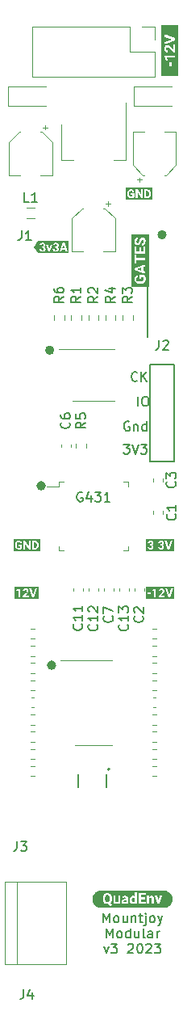
<source format=gbr>
%TF.GenerationSoftware,KiCad,Pcbnew,7.0.8*%
%TF.CreationDate,2023-10-17T17:12:06+01:00*%
%TF.ProjectId,QuadEnv_Components_3,51756164-456e-4765-9f43-6f6d706f6e65,rev?*%
%TF.SameCoordinates,Original*%
%TF.FileFunction,Legend,Top*%
%TF.FilePolarity,Positive*%
%FSLAX46Y46*%
G04 Gerber Fmt 4.6, Leading zero omitted, Abs format (unit mm)*
G04 Created by KiCad (PCBNEW 7.0.8) date 2023-10-17 17:12:06*
%MOMM*%
%LPD*%
G01*
G04 APERTURE LIST*
%ADD10C,0.475000*%
%ADD11C,0.200000*%
%ADD12C,0.150000*%
%ADD13C,0.120000*%
%ADD14C,0.127000*%
G04 APERTURE END LIST*
D10*
X66837500Y-73100000D02*
G75*
G03*
X66837500Y-73100000I-237500J0D01*
G01*
X55037500Y-85200000D02*
G75*
G03*
X55037500Y-85200000I-237500J0D01*
G01*
X55237500Y-118200000D02*
G75*
G03*
X55237500Y-118200000I-237500J0D01*
G01*
D11*
X65100000Y-78500000D02*
X65100000Y-83800000D01*
D10*
X54137500Y-99400000D02*
G75*
G03*
X54137500Y-99400000I-237500J0D01*
G01*
D12*
X58233333Y-100102438D02*
X58138095Y-100054819D01*
X58138095Y-100054819D02*
X57995238Y-100054819D01*
X57995238Y-100054819D02*
X57852381Y-100102438D01*
X57852381Y-100102438D02*
X57757143Y-100197676D01*
X57757143Y-100197676D02*
X57709524Y-100292914D01*
X57709524Y-100292914D02*
X57661905Y-100483390D01*
X57661905Y-100483390D02*
X57661905Y-100626247D01*
X57661905Y-100626247D02*
X57709524Y-100816723D01*
X57709524Y-100816723D02*
X57757143Y-100911961D01*
X57757143Y-100911961D02*
X57852381Y-101007200D01*
X57852381Y-101007200D02*
X57995238Y-101054819D01*
X57995238Y-101054819D02*
X58090476Y-101054819D01*
X58090476Y-101054819D02*
X58233333Y-101007200D01*
X58233333Y-101007200D02*
X58280952Y-100959580D01*
X58280952Y-100959580D02*
X58280952Y-100626247D01*
X58280952Y-100626247D02*
X58090476Y-100626247D01*
X59138095Y-100388152D02*
X59138095Y-101054819D01*
X58900000Y-100007200D02*
X58661905Y-100721485D01*
X58661905Y-100721485D02*
X59280952Y-100721485D01*
X59566667Y-100054819D02*
X60185714Y-100054819D01*
X60185714Y-100054819D02*
X59852381Y-100435771D01*
X59852381Y-100435771D02*
X59995238Y-100435771D01*
X59995238Y-100435771D02*
X60090476Y-100483390D01*
X60090476Y-100483390D02*
X60138095Y-100531009D01*
X60138095Y-100531009D02*
X60185714Y-100626247D01*
X60185714Y-100626247D02*
X60185714Y-100864342D01*
X60185714Y-100864342D02*
X60138095Y-100959580D01*
X60138095Y-100959580D02*
X60090476Y-101007200D01*
X60090476Y-101007200D02*
X59995238Y-101054819D01*
X59995238Y-101054819D02*
X59709524Y-101054819D01*
X59709524Y-101054819D02*
X59614286Y-101007200D01*
X59614286Y-101007200D02*
X59566667Y-100959580D01*
X61138095Y-101054819D02*
X60566667Y-101054819D01*
X60852381Y-101054819D02*
X60852381Y-100054819D01*
X60852381Y-100054819D02*
X60757143Y-100197676D01*
X60757143Y-100197676D02*
X60661905Y-100292914D01*
X60661905Y-100292914D02*
X60566667Y-100340533D01*
X52066666Y-152154819D02*
X52066666Y-152869104D01*
X52066666Y-152869104D02*
X52019047Y-153011961D01*
X52019047Y-153011961D02*
X51923809Y-153107200D01*
X51923809Y-153107200D02*
X51780952Y-153154819D01*
X51780952Y-153154819D02*
X51685714Y-153154819D01*
X52971428Y-152488152D02*
X52971428Y-153154819D01*
X52733333Y-152107200D02*
X52495238Y-152821485D01*
X52495238Y-152821485D02*
X53114285Y-152821485D01*
X60452381Y-145144819D02*
X60452381Y-144144819D01*
X60452381Y-144144819D02*
X60785714Y-144859104D01*
X60785714Y-144859104D02*
X61119047Y-144144819D01*
X61119047Y-144144819D02*
X61119047Y-145144819D01*
X61738095Y-145144819D02*
X61642857Y-145097200D01*
X61642857Y-145097200D02*
X61595238Y-145049580D01*
X61595238Y-145049580D02*
X61547619Y-144954342D01*
X61547619Y-144954342D02*
X61547619Y-144668628D01*
X61547619Y-144668628D02*
X61595238Y-144573390D01*
X61595238Y-144573390D02*
X61642857Y-144525771D01*
X61642857Y-144525771D02*
X61738095Y-144478152D01*
X61738095Y-144478152D02*
X61880952Y-144478152D01*
X61880952Y-144478152D02*
X61976190Y-144525771D01*
X61976190Y-144525771D02*
X62023809Y-144573390D01*
X62023809Y-144573390D02*
X62071428Y-144668628D01*
X62071428Y-144668628D02*
X62071428Y-144954342D01*
X62071428Y-144954342D02*
X62023809Y-145049580D01*
X62023809Y-145049580D02*
X61976190Y-145097200D01*
X61976190Y-145097200D02*
X61880952Y-145144819D01*
X61880952Y-145144819D02*
X61738095Y-145144819D01*
X62928571Y-144478152D02*
X62928571Y-145144819D01*
X62500000Y-144478152D02*
X62500000Y-145001961D01*
X62500000Y-145001961D02*
X62547619Y-145097200D01*
X62547619Y-145097200D02*
X62642857Y-145144819D01*
X62642857Y-145144819D02*
X62785714Y-145144819D01*
X62785714Y-145144819D02*
X62880952Y-145097200D01*
X62880952Y-145097200D02*
X62928571Y-145049580D01*
X63404762Y-144478152D02*
X63404762Y-145144819D01*
X63404762Y-144573390D02*
X63452381Y-144525771D01*
X63452381Y-144525771D02*
X63547619Y-144478152D01*
X63547619Y-144478152D02*
X63690476Y-144478152D01*
X63690476Y-144478152D02*
X63785714Y-144525771D01*
X63785714Y-144525771D02*
X63833333Y-144621009D01*
X63833333Y-144621009D02*
X63833333Y-145144819D01*
X64166667Y-144478152D02*
X64547619Y-144478152D01*
X64309524Y-144144819D02*
X64309524Y-145001961D01*
X64309524Y-145001961D02*
X64357143Y-145097200D01*
X64357143Y-145097200D02*
X64452381Y-145144819D01*
X64452381Y-145144819D02*
X64547619Y-145144819D01*
X64880953Y-144478152D02*
X64880953Y-145335295D01*
X64880953Y-145335295D02*
X64833334Y-145430533D01*
X64833334Y-145430533D02*
X64738096Y-145478152D01*
X64738096Y-145478152D02*
X64690477Y-145478152D01*
X64880953Y-144144819D02*
X64833334Y-144192438D01*
X64833334Y-144192438D02*
X64880953Y-144240057D01*
X64880953Y-144240057D02*
X64928572Y-144192438D01*
X64928572Y-144192438D02*
X64880953Y-144144819D01*
X64880953Y-144144819D02*
X64880953Y-144240057D01*
X65500000Y-145144819D02*
X65404762Y-145097200D01*
X65404762Y-145097200D02*
X65357143Y-145049580D01*
X65357143Y-145049580D02*
X65309524Y-144954342D01*
X65309524Y-144954342D02*
X65309524Y-144668628D01*
X65309524Y-144668628D02*
X65357143Y-144573390D01*
X65357143Y-144573390D02*
X65404762Y-144525771D01*
X65404762Y-144525771D02*
X65500000Y-144478152D01*
X65500000Y-144478152D02*
X65642857Y-144478152D01*
X65642857Y-144478152D02*
X65738095Y-144525771D01*
X65738095Y-144525771D02*
X65785714Y-144573390D01*
X65785714Y-144573390D02*
X65833333Y-144668628D01*
X65833333Y-144668628D02*
X65833333Y-144954342D01*
X65833333Y-144954342D02*
X65785714Y-145049580D01*
X65785714Y-145049580D02*
X65738095Y-145097200D01*
X65738095Y-145097200D02*
X65642857Y-145144819D01*
X65642857Y-145144819D02*
X65500000Y-145144819D01*
X66166667Y-144478152D02*
X66404762Y-145144819D01*
X66642857Y-144478152D02*
X66404762Y-145144819D01*
X66404762Y-145144819D02*
X66309524Y-145382914D01*
X66309524Y-145382914D02*
X66261905Y-145430533D01*
X66261905Y-145430533D02*
X66166667Y-145478152D01*
X60785714Y-146754819D02*
X60785714Y-145754819D01*
X60785714Y-145754819D02*
X61119047Y-146469104D01*
X61119047Y-146469104D02*
X61452380Y-145754819D01*
X61452380Y-145754819D02*
X61452380Y-146754819D01*
X62071428Y-146754819D02*
X61976190Y-146707200D01*
X61976190Y-146707200D02*
X61928571Y-146659580D01*
X61928571Y-146659580D02*
X61880952Y-146564342D01*
X61880952Y-146564342D02*
X61880952Y-146278628D01*
X61880952Y-146278628D02*
X61928571Y-146183390D01*
X61928571Y-146183390D02*
X61976190Y-146135771D01*
X61976190Y-146135771D02*
X62071428Y-146088152D01*
X62071428Y-146088152D02*
X62214285Y-146088152D01*
X62214285Y-146088152D02*
X62309523Y-146135771D01*
X62309523Y-146135771D02*
X62357142Y-146183390D01*
X62357142Y-146183390D02*
X62404761Y-146278628D01*
X62404761Y-146278628D02*
X62404761Y-146564342D01*
X62404761Y-146564342D02*
X62357142Y-146659580D01*
X62357142Y-146659580D02*
X62309523Y-146707200D01*
X62309523Y-146707200D02*
X62214285Y-146754819D01*
X62214285Y-146754819D02*
X62071428Y-146754819D01*
X63261904Y-146754819D02*
X63261904Y-145754819D01*
X63261904Y-146707200D02*
X63166666Y-146754819D01*
X63166666Y-146754819D02*
X62976190Y-146754819D01*
X62976190Y-146754819D02*
X62880952Y-146707200D01*
X62880952Y-146707200D02*
X62833333Y-146659580D01*
X62833333Y-146659580D02*
X62785714Y-146564342D01*
X62785714Y-146564342D02*
X62785714Y-146278628D01*
X62785714Y-146278628D02*
X62833333Y-146183390D01*
X62833333Y-146183390D02*
X62880952Y-146135771D01*
X62880952Y-146135771D02*
X62976190Y-146088152D01*
X62976190Y-146088152D02*
X63166666Y-146088152D01*
X63166666Y-146088152D02*
X63261904Y-146135771D01*
X64166666Y-146088152D02*
X64166666Y-146754819D01*
X63738095Y-146088152D02*
X63738095Y-146611961D01*
X63738095Y-146611961D02*
X63785714Y-146707200D01*
X63785714Y-146707200D02*
X63880952Y-146754819D01*
X63880952Y-146754819D02*
X64023809Y-146754819D01*
X64023809Y-146754819D02*
X64119047Y-146707200D01*
X64119047Y-146707200D02*
X64166666Y-146659580D01*
X64785714Y-146754819D02*
X64690476Y-146707200D01*
X64690476Y-146707200D02*
X64642857Y-146611961D01*
X64642857Y-146611961D02*
X64642857Y-145754819D01*
X65595238Y-146754819D02*
X65595238Y-146231009D01*
X65595238Y-146231009D02*
X65547619Y-146135771D01*
X65547619Y-146135771D02*
X65452381Y-146088152D01*
X65452381Y-146088152D02*
X65261905Y-146088152D01*
X65261905Y-146088152D02*
X65166667Y-146135771D01*
X65595238Y-146707200D02*
X65500000Y-146754819D01*
X65500000Y-146754819D02*
X65261905Y-146754819D01*
X65261905Y-146754819D02*
X65166667Y-146707200D01*
X65166667Y-146707200D02*
X65119048Y-146611961D01*
X65119048Y-146611961D02*
X65119048Y-146516723D01*
X65119048Y-146516723D02*
X65166667Y-146421485D01*
X65166667Y-146421485D02*
X65261905Y-146373866D01*
X65261905Y-146373866D02*
X65500000Y-146373866D01*
X65500000Y-146373866D02*
X65595238Y-146326247D01*
X66071429Y-146754819D02*
X66071429Y-146088152D01*
X66071429Y-146278628D02*
X66119048Y-146183390D01*
X66119048Y-146183390D02*
X66166667Y-146135771D01*
X66166667Y-146135771D02*
X66261905Y-146088152D01*
X66261905Y-146088152D02*
X66357143Y-146088152D01*
X60500000Y-147698152D02*
X60738095Y-148364819D01*
X60738095Y-148364819D02*
X60976190Y-147698152D01*
X61261905Y-147364819D02*
X61880952Y-147364819D01*
X61880952Y-147364819D02*
X61547619Y-147745771D01*
X61547619Y-147745771D02*
X61690476Y-147745771D01*
X61690476Y-147745771D02*
X61785714Y-147793390D01*
X61785714Y-147793390D02*
X61833333Y-147841009D01*
X61833333Y-147841009D02*
X61880952Y-147936247D01*
X61880952Y-147936247D02*
X61880952Y-148174342D01*
X61880952Y-148174342D02*
X61833333Y-148269580D01*
X61833333Y-148269580D02*
X61785714Y-148317200D01*
X61785714Y-148317200D02*
X61690476Y-148364819D01*
X61690476Y-148364819D02*
X61404762Y-148364819D01*
X61404762Y-148364819D02*
X61309524Y-148317200D01*
X61309524Y-148317200D02*
X61261905Y-148269580D01*
X63023810Y-147460057D02*
X63071429Y-147412438D01*
X63071429Y-147412438D02*
X63166667Y-147364819D01*
X63166667Y-147364819D02*
X63404762Y-147364819D01*
X63404762Y-147364819D02*
X63500000Y-147412438D01*
X63500000Y-147412438D02*
X63547619Y-147460057D01*
X63547619Y-147460057D02*
X63595238Y-147555295D01*
X63595238Y-147555295D02*
X63595238Y-147650533D01*
X63595238Y-147650533D02*
X63547619Y-147793390D01*
X63547619Y-147793390D02*
X62976191Y-148364819D01*
X62976191Y-148364819D02*
X63595238Y-148364819D01*
X64214286Y-147364819D02*
X64309524Y-147364819D01*
X64309524Y-147364819D02*
X64404762Y-147412438D01*
X64404762Y-147412438D02*
X64452381Y-147460057D01*
X64452381Y-147460057D02*
X64500000Y-147555295D01*
X64500000Y-147555295D02*
X64547619Y-147745771D01*
X64547619Y-147745771D02*
X64547619Y-147983866D01*
X64547619Y-147983866D02*
X64500000Y-148174342D01*
X64500000Y-148174342D02*
X64452381Y-148269580D01*
X64452381Y-148269580D02*
X64404762Y-148317200D01*
X64404762Y-148317200D02*
X64309524Y-148364819D01*
X64309524Y-148364819D02*
X64214286Y-148364819D01*
X64214286Y-148364819D02*
X64119048Y-148317200D01*
X64119048Y-148317200D02*
X64071429Y-148269580D01*
X64071429Y-148269580D02*
X64023810Y-148174342D01*
X64023810Y-148174342D02*
X63976191Y-147983866D01*
X63976191Y-147983866D02*
X63976191Y-147745771D01*
X63976191Y-147745771D02*
X64023810Y-147555295D01*
X64023810Y-147555295D02*
X64071429Y-147460057D01*
X64071429Y-147460057D02*
X64119048Y-147412438D01*
X64119048Y-147412438D02*
X64214286Y-147364819D01*
X64928572Y-147460057D02*
X64976191Y-147412438D01*
X64976191Y-147412438D02*
X65071429Y-147364819D01*
X65071429Y-147364819D02*
X65309524Y-147364819D01*
X65309524Y-147364819D02*
X65404762Y-147412438D01*
X65404762Y-147412438D02*
X65452381Y-147460057D01*
X65452381Y-147460057D02*
X65500000Y-147555295D01*
X65500000Y-147555295D02*
X65500000Y-147650533D01*
X65500000Y-147650533D02*
X65452381Y-147793390D01*
X65452381Y-147793390D02*
X64880953Y-148364819D01*
X64880953Y-148364819D02*
X65500000Y-148364819D01*
X65833334Y-147364819D02*
X66452381Y-147364819D01*
X66452381Y-147364819D02*
X66119048Y-147745771D01*
X66119048Y-147745771D02*
X66261905Y-147745771D01*
X66261905Y-147745771D02*
X66357143Y-147793390D01*
X66357143Y-147793390D02*
X66404762Y-147841009D01*
X66404762Y-147841009D02*
X66452381Y-147936247D01*
X66452381Y-147936247D02*
X66452381Y-148174342D01*
X66452381Y-148174342D02*
X66404762Y-148269580D01*
X66404762Y-148269580D02*
X66357143Y-148317200D01*
X66357143Y-148317200D02*
X66261905Y-148364819D01*
X66261905Y-148364819D02*
X65976191Y-148364819D01*
X65976191Y-148364819D02*
X65880953Y-148317200D01*
X65880953Y-148317200D02*
X65833334Y-148269580D01*
X51866666Y-72654819D02*
X51866666Y-73369104D01*
X51866666Y-73369104D02*
X51819047Y-73511961D01*
X51819047Y-73511961D02*
X51723809Y-73607200D01*
X51723809Y-73607200D02*
X51580952Y-73654819D01*
X51580952Y-73654819D02*
X51485714Y-73654819D01*
X52866666Y-73654819D02*
X52295238Y-73654819D01*
X52580952Y-73654819D02*
X52580952Y-72654819D01*
X52580952Y-72654819D02*
X52485714Y-72797676D01*
X52485714Y-72797676D02*
X52390476Y-72892914D01*
X52390476Y-72892914D02*
X52295238Y-72940533D01*
X51366666Y-136654819D02*
X51366666Y-137369104D01*
X51366666Y-137369104D02*
X51319047Y-137511961D01*
X51319047Y-137511961D02*
X51223809Y-137607200D01*
X51223809Y-137607200D02*
X51080952Y-137654819D01*
X51080952Y-137654819D02*
X50985714Y-137654819D01*
X51747619Y-136654819D02*
X52366666Y-136654819D01*
X52366666Y-136654819D02*
X52033333Y-137035771D01*
X52033333Y-137035771D02*
X52176190Y-137035771D01*
X52176190Y-137035771D02*
X52271428Y-137083390D01*
X52271428Y-137083390D02*
X52319047Y-137131009D01*
X52319047Y-137131009D02*
X52366666Y-137226247D01*
X52366666Y-137226247D02*
X52366666Y-137464342D01*
X52366666Y-137464342D02*
X52319047Y-137559580D01*
X52319047Y-137559580D02*
X52271428Y-137607200D01*
X52271428Y-137607200D02*
X52176190Y-137654819D01*
X52176190Y-137654819D02*
X51890476Y-137654819D01*
X51890476Y-137654819D02*
X51795238Y-137607200D01*
X51795238Y-137607200D02*
X51747619Y-137559580D01*
X66266666Y-84154819D02*
X66266666Y-84869104D01*
X66266666Y-84869104D02*
X66219047Y-85011961D01*
X66219047Y-85011961D02*
X66123809Y-85107200D01*
X66123809Y-85107200D02*
X65980952Y-85154819D01*
X65980952Y-85154819D02*
X65885714Y-85154819D01*
X66695238Y-84250057D02*
X66742857Y-84202438D01*
X66742857Y-84202438D02*
X66838095Y-84154819D01*
X66838095Y-84154819D02*
X67076190Y-84154819D01*
X67076190Y-84154819D02*
X67171428Y-84202438D01*
X67171428Y-84202438D02*
X67219047Y-84250057D01*
X67219047Y-84250057D02*
X67266666Y-84345295D01*
X67266666Y-84345295D02*
X67266666Y-84440533D01*
X67266666Y-84440533D02*
X67219047Y-84583390D01*
X67219047Y-84583390D02*
X66647619Y-85154819D01*
X66647619Y-85154819D02*
X67266666Y-85154819D01*
X63454819Y-79566666D02*
X62978628Y-79899999D01*
X63454819Y-80138094D02*
X62454819Y-80138094D01*
X62454819Y-80138094D02*
X62454819Y-79757142D01*
X62454819Y-79757142D02*
X62502438Y-79661904D01*
X62502438Y-79661904D02*
X62550057Y-79614285D01*
X62550057Y-79614285D02*
X62645295Y-79566666D01*
X62645295Y-79566666D02*
X62788152Y-79566666D01*
X62788152Y-79566666D02*
X62883390Y-79614285D01*
X62883390Y-79614285D02*
X62931009Y-79661904D01*
X62931009Y-79661904D02*
X62978628Y-79757142D01*
X62978628Y-79757142D02*
X62978628Y-80138094D01*
X62454819Y-79233332D02*
X62454819Y-78614285D01*
X62454819Y-78614285D02*
X62835771Y-78947618D01*
X62835771Y-78947618D02*
X62835771Y-78804761D01*
X62835771Y-78804761D02*
X62883390Y-78709523D01*
X62883390Y-78709523D02*
X62931009Y-78661904D01*
X62931009Y-78661904D02*
X63026247Y-78614285D01*
X63026247Y-78614285D02*
X63264342Y-78614285D01*
X63264342Y-78614285D02*
X63359580Y-78661904D01*
X63359580Y-78661904D02*
X63407200Y-78709523D01*
X63407200Y-78709523D02*
X63454819Y-78804761D01*
X63454819Y-78804761D02*
X63454819Y-79090475D01*
X63454819Y-79090475D02*
X63407200Y-79185713D01*
X63407200Y-79185713D02*
X63359580Y-79233332D01*
X58159580Y-113892857D02*
X58207200Y-113940476D01*
X58207200Y-113940476D02*
X58254819Y-114083333D01*
X58254819Y-114083333D02*
X58254819Y-114178571D01*
X58254819Y-114178571D02*
X58207200Y-114321428D01*
X58207200Y-114321428D02*
X58111961Y-114416666D01*
X58111961Y-114416666D02*
X58016723Y-114464285D01*
X58016723Y-114464285D02*
X57826247Y-114511904D01*
X57826247Y-114511904D02*
X57683390Y-114511904D01*
X57683390Y-114511904D02*
X57492914Y-114464285D01*
X57492914Y-114464285D02*
X57397676Y-114416666D01*
X57397676Y-114416666D02*
X57302438Y-114321428D01*
X57302438Y-114321428D02*
X57254819Y-114178571D01*
X57254819Y-114178571D02*
X57254819Y-114083333D01*
X57254819Y-114083333D02*
X57302438Y-113940476D01*
X57302438Y-113940476D02*
X57350057Y-113892857D01*
X58254819Y-112940476D02*
X58254819Y-113511904D01*
X58254819Y-113226190D02*
X57254819Y-113226190D01*
X57254819Y-113226190D02*
X57397676Y-113321428D01*
X57397676Y-113321428D02*
X57492914Y-113416666D01*
X57492914Y-113416666D02*
X57540533Y-113511904D01*
X58254819Y-111988095D02*
X58254819Y-112559523D01*
X58254819Y-112273809D02*
X57254819Y-112273809D01*
X57254819Y-112273809D02*
X57397676Y-112369047D01*
X57397676Y-112369047D02*
X57492914Y-112464285D01*
X57492914Y-112464285D02*
X57540533Y-112559523D01*
X61359580Y-113066666D02*
X61407200Y-113114285D01*
X61407200Y-113114285D02*
X61454819Y-113257142D01*
X61454819Y-113257142D02*
X61454819Y-113352380D01*
X61454819Y-113352380D02*
X61407200Y-113495237D01*
X61407200Y-113495237D02*
X61311961Y-113590475D01*
X61311961Y-113590475D02*
X61216723Y-113638094D01*
X61216723Y-113638094D02*
X61026247Y-113685713D01*
X61026247Y-113685713D02*
X60883390Y-113685713D01*
X60883390Y-113685713D02*
X60692914Y-113638094D01*
X60692914Y-113638094D02*
X60597676Y-113590475D01*
X60597676Y-113590475D02*
X60502438Y-113495237D01*
X60502438Y-113495237D02*
X60454819Y-113352380D01*
X60454819Y-113352380D02*
X60454819Y-113257142D01*
X60454819Y-113257142D02*
X60502438Y-113114285D01*
X60502438Y-113114285D02*
X60550057Y-113066666D01*
X60454819Y-112733332D02*
X60454819Y-112066666D01*
X60454819Y-112066666D02*
X61454819Y-112495237D01*
X61654819Y-79566666D02*
X61178628Y-79899999D01*
X61654819Y-80138094D02*
X60654819Y-80138094D01*
X60654819Y-80138094D02*
X60654819Y-79757142D01*
X60654819Y-79757142D02*
X60702438Y-79661904D01*
X60702438Y-79661904D02*
X60750057Y-79614285D01*
X60750057Y-79614285D02*
X60845295Y-79566666D01*
X60845295Y-79566666D02*
X60988152Y-79566666D01*
X60988152Y-79566666D02*
X61083390Y-79614285D01*
X61083390Y-79614285D02*
X61131009Y-79661904D01*
X61131009Y-79661904D02*
X61178628Y-79757142D01*
X61178628Y-79757142D02*
X61178628Y-80138094D01*
X60988152Y-78709523D02*
X61654819Y-78709523D01*
X60607200Y-78947618D02*
X61321485Y-79185713D01*
X61321485Y-79185713D02*
X61321485Y-78566666D01*
X52633333Y-69654819D02*
X52157143Y-69654819D01*
X52157143Y-69654819D02*
X52157143Y-68654819D01*
X53490476Y-69654819D02*
X52919048Y-69654819D01*
X53204762Y-69654819D02*
X53204762Y-68654819D01*
X53204762Y-68654819D02*
X53109524Y-68797676D01*
X53109524Y-68797676D02*
X53014286Y-68892914D01*
X53014286Y-68892914D02*
X52919048Y-68940533D01*
X58554819Y-92766666D02*
X58078628Y-93099999D01*
X58554819Y-93338094D02*
X57554819Y-93338094D01*
X57554819Y-93338094D02*
X57554819Y-92957142D01*
X57554819Y-92957142D02*
X57602438Y-92861904D01*
X57602438Y-92861904D02*
X57650057Y-92814285D01*
X57650057Y-92814285D02*
X57745295Y-92766666D01*
X57745295Y-92766666D02*
X57888152Y-92766666D01*
X57888152Y-92766666D02*
X57983390Y-92814285D01*
X57983390Y-92814285D02*
X58031009Y-92861904D01*
X58031009Y-92861904D02*
X58078628Y-92957142D01*
X58078628Y-92957142D02*
X58078628Y-93338094D01*
X57554819Y-91861904D02*
X57554819Y-92338094D01*
X57554819Y-92338094D02*
X58031009Y-92385713D01*
X58031009Y-92385713D02*
X57983390Y-92338094D01*
X57983390Y-92338094D02*
X57935771Y-92242856D01*
X57935771Y-92242856D02*
X57935771Y-92004761D01*
X57935771Y-92004761D02*
X57983390Y-91909523D01*
X57983390Y-91909523D02*
X58031009Y-91861904D01*
X58031009Y-91861904D02*
X58126247Y-91814285D01*
X58126247Y-91814285D02*
X58364342Y-91814285D01*
X58364342Y-91814285D02*
X58459580Y-91861904D01*
X58459580Y-91861904D02*
X58507200Y-91909523D01*
X58507200Y-91909523D02*
X58554819Y-92004761D01*
X58554819Y-92004761D02*
X58554819Y-92242856D01*
X58554819Y-92242856D02*
X58507200Y-92338094D01*
X58507200Y-92338094D02*
X58459580Y-92385713D01*
X67959580Y-98966666D02*
X68007200Y-99014285D01*
X68007200Y-99014285D02*
X68054819Y-99157142D01*
X68054819Y-99157142D02*
X68054819Y-99252380D01*
X68054819Y-99252380D02*
X68007200Y-99395237D01*
X68007200Y-99395237D02*
X67911961Y-99490475D01*
X67911961Y-99490475D02*
X67816723Y-99538094D01*
X67816723Y-99538094D02*
X67626247Y-99585713D01*
X67626247Y-99585713D02*
X67483390Y-99585713D01*
X67483390Y-99585713D02*
X67292914Y-99538094D01*
X67292914Y-99538094D02*
X67197676Y-99490475D01*
X67197676Y-99490475D02*
X67102438Y-99395237D01*
X67102438Y-99395237D02*
X67054819Y-99252380D01*
X67054819Y-99252380D02*
X67054819Y-99157142D01*
X67054819Y-99157142D02*
X67102438Y-99014285D01*
X67102438Y-99014285D02*
X67150057Y-98966666D01*
X67054819Y-98633332D02*
X67054819Y-98014285D01*
X67054819Y-98014285D02*
X67435771Y-98347618D01*
X67435771Y-98347618D02*
X67435771Y-98204761D01*
X67435771Y-98204761D02*
X67483390Y-98109523D01*
X67483390Y-98109523D02*
X67531009Y-98061904D01*
X67531009Y-98061904D02*
X67626247Y-98014285D01*
X67626247Y-98014285D02*
X67864342Y-98014285D01*
X67864342Y-98014285D02*
X67959580Y-98061904D01*
X67959580Y-98061904D02*
X68007200Y-98109523D01*
X68007200Y-98109523D02*
X68054819Y-98204761D01*
X68054819Y-98204761D02*
X68054819Y-98490475D01*
X68054819Y-98490475D02*
X68007200Y-98585713D01*
X68007200Y-98585713D02*
X67959580Y-98633332D01*
X59759580Y-113942857D02*
X59807200Y-113990476D01*
X59807200Y-113990476D02*
X59854819Y-114133333D01*
X59854819Y-114133333D02*
X59854819Y-114228571D01*
X59854819Y-114228571D02*
X59807200Y-114371428D01*
X59807200Y-114371428D02*
X59711961Y-114466666D01*
X59711961Y-114466666D02*
X59616723Y-114514285D01*
X59616723Y-114514285D02*
X59426247Y-114561904D01*
X59426247Y-114561904D02*
X59283390Y-114561904D01*
X59283390Y-114561904D02*
X59092914Y-114514285D01*
X59092914Y-114514285D02*
X58997676Y-114466666D01*
X58997676Y-114466666D02*
X58902438Y-114371428D01*
X58902438Y-114371428D02*
X58854819Y-114228571D01*
X58854819Y-114228571D02*
X58854819Y-114133333D01*
X58854819Y-114133333D02*
X58902438Y-113990476D01*
X58902438Y-113990476D02*
X58950057Y-113942857D01*
X59854819Y-112990476D02*
X59854819Y-113561904D01*
X59854819Y-113276190D02*
X58854819Y-113276190D01*
X58854819Y-113276190D02*
X58997676Y-113371428D01*
X58997676Y-113371428D02*
X59092914Y-113466666D01*
X59092914Y-113466666D02*
X59140533Y-113561904D01*
X58950057Y-112609523D02*
X58902438Y-112561904D01*
X58902438Y-112561904D02*
X58854819Y-112466666D01*
X58854819Y-112466666D02*
X58854819Y-112228571D01*
X58854819Y-112228571D02*
X58902438Y-112133333D01*
X58902438Y-112133333D02*
X58950057Y-112085714D01*
X58950057Y-112085714D02*
X59045295Y-112038095D01*
X59045295Y-112038095D02*
X59140533Y-112038095D01*
X59140533Y-112038095D02*
X59283390Y-112085714D01*
X59283390Y-112085714D02*
X59854819Y-112657142D01*
X59854819Y-112657142D02*
X59854819Y-112038095D01*
X56254819Y-79566666D02*
X55778628Y-79899999D01*
X56254819Y-80138094D02*
X55254819Y-80138094D01*
X55254819Y-80138094D02*
X55254819Y-79757142D01*
X55254819Y-79757142D02*
X55302438Y-79661904D01*
X55302438Y-79661904D02*
X55350057Y-79614285D01*
X55350057Y-79614285D02*
X55445295Y-79566666D01*
X55445295Y-79566666D02*
X55588152Y-79566666D01*
X55588152Y-79566666D02*
X55683390Y-79614285D01*
X55683390Y-79614285D02*
X55731009Y-79661904D01*
X55731009Y-79661904D02*
X55778628Y-79757142D01*
X55778628Y-79757142D02*
X55778628Y-80138094D01*
X55254819Y-78709523D02*
X55254819Y-78899999D01*
X55254819Y-78899999D02*
X55302438Y-78995237D01*
X55302438Y-78995237D02*
X55350057Y-79042856D01*
X55350057Y-79042856D02*
X55492914Y-79138094D01*
X55492914Y-79138094D02*
X55683390Y-79185713D01*
X55683390Y-79185713D02*
X56064342Y-79185713D01*
X56064342Y-79185713D02*
X56159580Y-79138094D01*
X56159580Y-79138094D02*
X56207200Y-79090475D01*
X56207200Y-79090475D02*
X56254819Y-78995237D01*
X56254819Y-78995237D02*
X56254819Y-78804761D01*
X56254819Y-78804761D02*
X56207200Y-78709523D01*
X56207200Y-78709523D02*
X56159580Y-78661904D01*
X56159580Y-78661904D02*
X56064342Y-78614285D01*
X56064342Y-78614285D02*
X55826247Y-78614285D01*
X55826247Y-78614285D02*
X55731009Y-78661904D01*
X55731009Y-78661904D02*
X55683390Y-78709523D01*
X55683390Y-78709523D02*
X55635771Y-78804761D01*
X55635771Y-78804761D02*
X55635771Y-78995237D01*
X55635771Y-78995237D02*
X55683390Y-79090475D01*
X55683390Y-79090475D02*
X55731009Y-79138094D01*
X55731009Y-79138094D02*
X55826247Y-79185713D01*
X67989580Y-102366666D02*
X68037200Y-102414285D01*
X68037200Y-102414285D02*
X68084819Y-102557142D01*
X68084819Y-102557142D02*
X68084819Y-102652380D01*
X68084819Y-102652380D02*
X68037200Y-102795237D01*
X68037200Y-102795237D02*
X67941961Y-102890475D01*
X67941961Y-102890475D02*
X67846723Y-102938094D01*
X67846723Y-102938094D02*
X67656247Y-102985713D01*
X67656247Y-102985713D02*
X67513390Y-102985713D01*
X67513390Y-102985713D02*
X67322914Y-102938094D01*
X67322914Y-102938094D02*
X67227676Y-102890475D01*
X67227676Y-102890475D02*
X67132438Y-102795237D01*
X67132438Y-102795237D02*
X67084819Y-102652380D01*
X67084819Y-102652380D02*
X67084819Y-102557142D01*
X67084819Y-102557142D02*
X67132438Y-102414285D01*
X67132438Y-102414285D02*
X67180057Y-102366666D01*
X68084819Y-101414285D02*
X68084819Y-101985713D01*
X68084819Y-101699999D02*
X67084819Y-101699999D01*
X67084819Y-101699999D02*
X67227676Y-101795237D01*
X67227676Y-101795237D02*
X67322914Y-101890475D01*
X67322914Y-101890475D02*
X67370533Y-101985713D01*
X58054819Y-79566666D02*
X57578628Y-79899999D01*
X58054819Y-80138094D02*
X57054819Y-80138094D01*
X57054819Y-80138094D02*
X57054819Y-79757142D01*
X57054819Y-79757142D02*
X57102438Y-79661904D01*
X57102438Y-79661904D02*
X57150057Y-79614285D01*
X57150057Y-79614285D02*
X57245295Y-79566666D01*
X57245295Y-79566666D02*
X57388152Y-79566666D01*
X57388152Y-79566666D02*
X57483390Y-79614285D01*
X57483390Y-79614285D02*
X57531009Y-79661904D01*
X57531009Y-79661904D02*
X57578628Y-79757142D01*
X57578628Y-79757142D02*
X57578628Y-80138094D01*
X58054819Y-78614285D02*
X58054819Y-79185713D01*
X58054819Y-78899999D02*
X57054819Y-78899999D01*
X57054819Y-78899999D02*
X57197676Y-78995237D01*
X57197676Y-78995237D02*
X57292914Y-79090475D01*
X57292914Y-79090475D02*
X57340533Y-79185713D01*
X56859580Y-92766666D02*
X56907200Y-92814285D01*
X56907200Y-92814285D02*
X56954819Y-92957142D01*
X56954819Y-92957142D02*
X56954819Y-93052380D01*
X56954819Y-93052380D02*
X56907200Y-93195237D01*
X56907200Y-93195237D02*
X56811961Y-93290475D01*
X56811961Y-93290475D02*
X56716723Y-93338094D01*
X56716723Y-93338094D02*
X56526247Y-93385713D01*
X56526247Y-93385713D02*
X56383390Y-93385713D01*
X56383390Y-93385713D02*
X56192914Y-93338094D01*
X56192914Y-93338094D02*
X56097676Y-93290475D01*
X56097676Y-93290475D02*
X56002438Y-93195237D01*
X56002438Y-93195237D02*
X55954819Y-93052380D01*
X55954819Y-93052380D02*
X55954819Y-92957142D01*
X55954819Y-92957142D02*
X56002438Y-92814285D01*
X56002438Y-92814285D02*
X56050057Y-92766666D01*
X55954819Y-91909523D02*
X55954819Y-92099999D01*
X55954819Y-92099999D02*
X56002438Y-92195237D01*
X56002438Y-92195237D02*
X56050057Y-92242856D01*
X56050057Y-92242856D02*
X56192914Y-92338094D01*
X56192914Y-92338094D02*
X56383390Y-92385713D01*
X56383390Y-92385713D02*
X56764342Y-92385713D01*
X56764342Y-92385713D02*
X56859580Y-92338094D01*
X56859580Y-92338094D02*
X56907200Y-92290475D01*
X56907200Y-92290475D02*
X56954819Y-92195237D01*
X56954819Y-92195237D02*
X56954819Y-92004761D01*
X56954819Y-92004761D02*
X56907200Y-91909523D01*
X56907200Y-91909523D02*
X56859580Y-91861904D01*
X56859580Y-91861904D02*
X56764342Y-91814285D01*
X56764342Y-91814285D02*
X56526247Y-91814285D01*
X56526247Y-91814285D02*
X56431009Y-91861904D01*
X56431009Y-91861904D02*
X56383390Y-91909523D01*
X56383390Y-91909523D02*
X56335771Y-92004761D01*
X56335771Y-92004761D02*
X56335771Y-92195237D01*
X56335771Y-92195237D02*
X56383390Y-92290475D01*
X56383390Y-92290475D02*
X56431009Y-92338094D01*
X56431009Y-92338094D02*
X56526247Y-92385713D01*
X64559580Y-113066666D02*
X64607200Y-113114285D01*
X64607200Y-113114285D02*
X64654819Y-113257142D01*
X64654819Y-113257142D02*
X64654819Y-113352380D01*
X64654819Y-113352380D02*
X64607200Y-113495237D01*
X64607200Y-113495237D02*
X64511961Y-113590475D01*
X64511961Y-113590475D02*
X64416723Y-113638094D01*
X64416723Y-113638094D02*
X64226247Y-113685713D01*
X64226247Y-113685713D02*
X64083390Y-113685713D01*
X64083390Y-113685713D02*
X63892914Y-113638094D01*
X63892914Y-113638094D02*
X63797676Y-113590475D01*
X63797676Y-113590475D02*
X63702438Y-113495237D01*
X63702438Y-113495237D02*
X63654819Y-113352380D01*
X63654819Y-113352380D02*
X63654819Y-113257142D01*
X63654819Y-113257142D02*
X63702438Y-113114285D01*
X63702438Y-113114285D02*
X63750057Y-113066666D01*
X63750057Y-112685713D02*
X63702438Y-112638094D01*
X63702438Y-112638094D02*
X63654819Y-112542856D01*
X63654819Y-112542856D02*
X63654819Y-112304761D01*
X63654819Y-112304761D02*
X63702438Y-112209523D01*
X63702438Y-112209523D02*
X63750057Y-112161904D01*
X63750057Y-112161904D02*
X63845295Y-112114285D01*
X63845295Y-112114285D02*
X63940533Y-112114285D01*
X63940533Y-112114285D02*
X64083390Y-112161904D01*
X64083390Y-112161904D02*
X64654819Y-112733332D01*
X64654819Y-112733332D02*
X64654819Y-112114285D01*
X63157142Y-92702438D02*
X63061904Y-92654819D01*
X63061904Y-92654819D02*
X62919047Y-92654819D01*
X62919047Y-92654819D02*
X62776190Y-92702438D01*
X62776190Y-92702438D02*
X62680952Y-92797676D01*
X62680952Y-92797676D02*
X62633333Y-92892914D01*
X62633333Y-92892914D02*
X62585714Y-93083390D01*
X62585714Y-93083390D02*
X62585714Y-93226247D01*
X62585714Y-93226247D02*
X62633333Y-93416723D01*
X62633333Y-93416723D02*
X62680952Y-93511961D01*
X62680952Y-93511961D02*
X62776190Y-93607200D01*
X62776190Y-93607200D02*
X62919047Y-93654819D01*
X62919047Y-93654819D02*
X63014285Y-93654819D01*
X63014285Y-93654819D02*
X63157142Y-93607200D01*
X63157142Y-93607200D02*
X63204761Y-93559580D01*
X63204761Y-93559580D02*
X63204761Y-93226247D01*
X63204761Y-93226247D02*
X63014285Y-93226247D01*
X63633333Y-92988152D02*
X63633333Y-93654819D01*
X63633333Y-93083390D02*
X63680952Y-93035771D01*
X63680952Y-93035771D02*
X63776190Y-92988152D01*
X63776190Y-92988152D02*
X63919047Y-92988152D01*
X63919047Y-92988152D02*
X64014285Y-93035771D01*
X64014285Y-93035771D02*
X64061904Y-93131009D01*
X64061904Y-93131009D02*
X64061904Y-93654819D01*
X64966666Y-93654819D02*
X64966666Y-92654819D01*
X64966666Y-93607200D02*
X64871428Y-93654819D01*
X64871428Y-93654819D02*
X64680952Y-93654819D01*
X64680952Y-93654819D02*
X64585714Y-93607200D01*
X64585714Y-93607200D02*
X64538095Y-93559580D01*
X64538095Y-93559580D02*
X64490476Y-93464342D01*
X64490476Y-93464342D02*
X64490476Y-93178628D01*
X64490476Y-93178628D02*
X64538095Y-93083390D01*
X64538095Y-93083390D02*
X64585714Y-93035771D01*
X64585714Y-93035771D02*
X64680952Y-92988152D01*
X64680952Y-92988152D02*
X64871428Y-92988152D01*
X64871428Y-92988152D02*
X64966666Y-93035771D01*
X64009523Y-88359580D02*
X63961904Y-88407200D01*
X63961904Y-88407200D02*
X63819047Y-88454819D01*
X63819047Y-88454819D02*
X63723809Y-88454819D01*
X63723809Y-88454819D02*
X63580952Y-88407200D01*
X63580952Y-88407200D02*
X63485714Y-88311961D01*
X63485714Y-88311961D02*
X63438095Y-88216723D01*
X63438095Y-88216723D02*
X63390476Y-88026247D01*
X63390476Y-88026247D02*
X63390476Y-87883390D01*
X63390476Y-87883390D02*
X63438095Y-87692914D01*
X63438095Y-87692914D02*
X63485714Y-87597676D01*
X63485714Y-87597676D02*
X63580952Y-87502438D01*
X63580952Y-87502438D02*
X63723809Y-87454819D01*
X63723809Y-87454819D02*
X63819047Y-87454819D01*
X63819047Y-87454819D02*
X63961904Y-87502438D01*
X63961904Y-87502438D02*
X64009523Y-87550057D01*
X64438095Y-88454819D02*
X64438095Y-87454819D01*
X65009523Y-88454819D02*
X64580952Y-87883390D01*
X65009523Y-87454819D02*
X64438095Y-88026247D01*
X64076191Y-91054819D02*
X64076191Y-90054819D01*
X64742857Y-90054819D02*
X64933333Y-90054819D01*
X64933333Y-90054819D02*
X65028571Y-90102438D01*
X65028571Y-90102438D02*
X65123809Y-90197676D01*
X65123809Y-90197676D02*
X65171428Y-90388152D01*
X65171428Y-90388152D02*
X65171428Y-90721485D01*
X65171428Y-90721485D02*
X65123809Y-90911961D01*
X65123809Y-90911961D02*
X65028571Y-91007200D01*
X65028571Y-91007200D02*
X64933333Y-91054819D01*
X64933333Y-91054819D02*
X64742857Y-91054819D01*
X64742857Y-91054819D02*
X64647619Y-91007200D01*
X64647619Y-91007200D02*
X64552381Y-90911961D01*
X64552381Y-90911961D02*
X64504762Y-90721485D01*
X64504762Y-90721485D02*
X64504762Y-90388152D01*
X64504762Y-90388152D02*
X64552381Y-90197676D01*
X64552381Y-90197676D02*
X64647619Y-90102438D01*
X64647619Y-90102438D02*
X64742857Y-90054819D01*
X62561905Y-95054819D02*
X63180952Y-95054819D01*
X63180952Y-95054819D02*
X62847619Y-95435771D01*
X62847619Y-95435771D02*
X62990476Y-95435771D01*
X62990476Y-95435771D02*
X63085714Y-95483390D01*
X63085714Y-95483390D02*
X63133333Y-95531009D01*
X63133333Y-95531009D02*
X63180952Y-95626247D01*
X63180952Y-95626247D02*
X63180952Y-95864342D01*
X63180952Y-95864342D02*
X63133333Y-95959580D01*
X63133333Y-95959580D02*
X63085714Y-96007200D01*
X63085714Y-96007200D02*
X62990476Y-96054819D01*
X62990476Y-96054819D02*
X62704762Y-96054819D01*
X62704762Y-96054819D02*
X62609524Y-96007200D01*
X62609524Y-96007200D02*
X62561905Y-95959580D01*
X63466667Y-95054819D02*
X63800000Y-96054819D01*
X63800000Y-96054819D02*
X64133333Y-95054819D01*
X64371429Y-95054819D02*
X64990476Y-95054819D01*
X64990476Y-95054819D02*
X64657143Y-95435771D01*
X64657143Y-95435771D02*
X64800000Y-95435771D01*
X64800000Y-95435771D02*
X64895238Y-95483390D01*
X64895238Y-95483390D02*
X64942857Y-95531009D01*
X64942857Y-95531009D02*
X64990476Y-95626247D01*
X64990476Y-95626247D02*
X64990476Y-95864342D01*
X64990476Y-95864342D02*
X64942857Y-95959580D01*
X64942857Y-95959580D02*
X64895238Y-96007200D01*
X64895238Y-96007200D02*
X64800000Y-96054819D01*
X64800000Y-96054819D02*
X64514286Y-96054819D01*
X64514286Y-96054819D02*
X64419048Y-96007200D01*
X64419048Y-96007200D02*
X64371429Y-95959580D01*
X59854819Y-79566666D02*
X59378628Y-79899999D01*
X59854819Y-80138094D02*
X58854819Y-80138094D01*
X58854819Y-80138094D02*
X58854819Y-79757142D01*
X58854819Y-79757142D02*
X58902438Y-79661904D01*
X58902438Y-79661904D02*
X58950057Y-79614285D01*
X58950057Y-79614285D02*
X59045295Y-79566666D01*
X59045295Y-79566666D02*
X59188152Y-79566666D01*
X59188152Y-79566666D02*
X59283390Y-79614285D01*
X59283390Y-79614285D02*
X59331009Y-79661904D01*
X59331009Y-79661904D02*
X59378628Y-79757142D01*
X59378628Y-79757142D02*
X59378628Y-80138094D01*
X58950057Y-79185713D02*
X58902438Y-79138094D01*
X58902438Y-79138094D02*
X58854819Y-79042856D01*
X58854819Y-79042856D02*
X58854819Y-78804761D01*
X58854819Y-78804761D02*
X58902438Y-78709523D01*
X58902438Y-78709523D02*
X58950057Y-78661904D01*
X58950057Y-78661904D02*
X59045295Y-78614285D01*
X59045295Y-78614285D02*
X59140533Y-78614285D01*
X59140533Y-78614285D02*
X59283390Y-78661904D01*
X59283390Y-78661904D02*
X59854819Y-79233332D01*
X59854819Y-79233332D02*
X59854819Y-78614285D01*
X62959580Y-113942857D02*
X63007200Y-113990476D01*
X63007200Y-113990476D02*
X63054819Y-114133333D01*
X63054819Y-114133333D02*
X63054819Y-114228571D01*
X63054819Y-114228571D02*
X63007200Y-114371428D01*
X63007200Y-114371428D02*
X62911961Y-114466666D01*
X62911961Y-114466666D02*
X62816723Y-114514285D01*
X62816723Y-114514285D02*
X62626247Y-114561904D01*
X62626247Y-114561904D02*
X62483390Y-114561904D01*
X62483390Y-114561904D02*
X62292914Y-114514285D01*
X62292914Y-114514285D02*
X62197676Y-114466666D01*
X62197676Y-114466666D02*
X62102438Y-114371428D01*
X62102438Y-114371428D02*
X62054819Y-114228571D01*
X62054819Y-114228571D02*
X62054819Y-114133333D01*
X62054819Y-114133333D02*
X62102438Y-113990476D01*
X62102438Y-113990476D02*
X62150057Y-113942857D01*
X63054819Y-112990476D02*
X63054819Y-113561904D01*
X63054819Y-113276190D02*
X62054819Y-113276190D01*
X62054819Y-113276190D02*
X62197676Y-113371428D01*
X62197676Y-113371428D02*
X62292914Y-113466666D01*
X62292914Y-113466666D02*
X62340533Y-113561904D01*
X62054819Y-112657142D02*
X62054819Y-112038095D01*
X62054819Y-112038095D02*
X62435771Y-112371428D01*
X62435771Y-112371428D02*
X62435771Y-112228571D01*
X62435771Y-112228571D02*
X62483390Y-112133333D01*
X62483390Y-112133333D02*
X62531009Y-112085714D01*
X62531009Y-112085714D02*
X62626247Y-112038095D01*
X62626247Y-112038095D02*
X62864342Y-112038095D01*
X62864342Y-112038095D02*
X62959580Y-112085714D01*
X62959580Y-112085714D02*
X63007200Y-112133333D01*
X63007200Y-112133333D02*
X63054819Y-112228571D01*
X63054819Y-112228571D02*
X63054819Y-112514285D01*
X63054819Y-112514285D02*
X63007200Y-112609523D01*
X63007200Y-112609523D02*
X62959580Y-112657142D01*
D13*
%TO.C,R22*%
X65562742Y-126977500D02*
X66037258Y-126977500D01*
X65562742Y-128022500D02*
X66037258Y-128022500D01*
D14*
%TO.C,U5*%
X60800000Y-129600000D02*
X60800000Y-131000000D01*
X57800000Y-131000000D02*
X57800000Y-129600000D01*
D11*
X61100000Y-129100000D02*
G75*
G03*
X61100000Y-129100000I-100000J0D01*
G01*
D13*
%TO.C,C4*%
X54360000Y-61600000D02*
X54360000Y-62100000D01*
X54610000Y-61850000D02*
X54110000Y-61850000D01*
X53995563Y-62340000D02*
X53860000Y-62340000D01*
X53995563Y-62340000D02*
X55060000Y-63404437D01*
X51604437Y-62340000D02*
X51740000Y-62340000D01*
X51604437Y-62340000D02*
X50540000Y-63404437D01*
X55060000Y-63404437D02*
X55060000Y-66860000D01*
X50540000Y-63404437D02*
X50540000Y-66860000D01*
X55060000Y-66860000D02*
X53860000Y-66860000D01*
X50540000Y-66860000D02*
X51740000Y-66860000D01*
%TO.C,C5*%
X64240000Y-67600000D02*
X64240000Y-67100000D01*
X63990000Y-67350000D02*
X64490000Y-67350000D01*
X64604437Y-66860000D02*
X64740000Y-66860000D01*
X64604437Y-66860000D02*
X63540000Y-65795563D01*
X66995563Y-66860000D02*
X66860000Y-66860000D01*
X66995563Y-66860000D02*
X68060000Y-65795563D01*
X63540000Y-65795563D02*
X63540000Y-62340000D01*
X68060000Y-65795563D02*
X68060000Y-62340000D01*
X63540000Y-62340000D02*
X64740000Y-62340000D01*
X68060000Y-62340000D02*
X66860000Y-62340000D01*
%TO.C,R3*%
X62477500Y-82037258D02*
X62477500Y-81562742D01*
X63522500Y-82037258D02*
X63522500Y-81562742D01*
%TO.C,C11*%
X57290000Y-110440580D02*
X57290000Y-110159420D01*
X58310000Y-110440580D02*
X58310000Y-110159420D01*
%TO.C,R16*%
X65562742Y-117977500D02*
X66037258Y-117977500D01*
X65562742Y-119022500D02*
X66037258Y-119022500D01*
%TO.C,C7*%
X61510000Y-110159420D02*
X61510000Y-110440580D01*
X60490000Y-110159420D02*
X60490000Y-110440580D01*
%TO.C,U4*%
X59400000Y-117665000D02*
X55950000Y-117665000D01*
X59400000Y-117665000D02*
X61350000Y-117665000D01*
X59400000Y-126535000D02*
X57450000Y-126535000D01*
X59400000Y-126535000D02*
X61350000Y-126535000D01*
%TO.C,R4*%
X60677500Y-82037258D02*
X60677500Y-81562742D01*
X61722500Y-82037258D02*
X61722500Y-81562742D01*
%TO.C,R9*%
X53237258Y-120822500D02*
X52762742Y-120822500D01*
X53237258Y-119777500D02*
X52762742Y-119777500D01*
%TO.C,kibuzzard-6409FE57*%
G36*
X53321339Y-105316994D02*
G01*
X53391567Y-105370247D01*
X53423262Y-105424989D01*
X53442279Y-105494546D01*
X53448618Y-105578916D01*
X53448618Y-105626665D01*
X53441521Y-105708314D01*
X53421884Y-105776320D01*
X53389707Y-105830684D01*
X53319169Y-105884169D01*
X53222896Y-105901997D01*
X53132979Y-105901997D01*
X53132979Y-105299243D01*
X53224756Y-105299243D01*
X53321339Y-105316994D01*
G37*
G36*
X53795884Y-106222598D02*
G01*
X53637134Y-106222598D01*
X52946943Y-106222598D01*
X52784473Y-106222598D01*
X51554160Y-106222598D01*
X51162866Y-106222598D01*
X51004116Y-106222598D01*
X51004116Y-105635347D01*
X51162866Y-105635347D01*
X51168895Y-105719200D01*
X51185328Y-105795475D01*
X51212166Y-105864170D01*
X51270302Y-105949979D01*
X51348591Y-106012688D01*
X51410706Y-106041110D01*
X51479229Y-106058163D01*
X51554160Y-106063848D01*
X51660820Y-106055554D01*
X51757559Y-106030671D01*
X51838949Y-105990751D01*
X51899565Y-105937344D01*
X51899565Y-105577056D01*
X51544238Y-105577056D01*
X51544238Y-105714102D01*
X51713530Y-105714102D01*
X51713530Y-105869751D01*
X51653844Y-105903237D01*
X51564082Y-105914399D01*
X51472460Y-105896261D01*
X51405952Y-105841846D01*
X51375980Y-105785760D01*
X51357996Y-105714239D01*
X51352002Y-105627285D01*
X51352002Y-105569614D01*
X51357859Y-105483487D01*
X51374602Y-105412794D01*
X51402231Y-105357534D01*
X51463158Y-105304049D01*
X51546719Y-105286221D01*
X51613149Y-105295212D01*
X51663611Y-105322187D01*
X51698570Y-105368541D01*
X51718491Y-105435669D01*
X51899565Y-105435669D01*
X51880204Y-105345855D01*
X51844444Y-105271545D01*
X51792285Y-105212737D01*
X51724141Y-105170190D01*
X51653192Y-105148555D01*
X52050254Y-105148555D01*
X52050254Y-106051445D01*
X52236289Y-106051445D01*
X52236289Y-105457373D01*
X52598438Y-106051445D01*
X52784473Y-106051445D01*
X52784473Y-105148555D01*
X52946943Y-105148555D01*
X52946943Y-106051445D01*
X53226616Y-106051445D01*
X53302891Y-106045106D01*
X53373791Y-106026916D01*
X53439316Y-105996875D01*
X53497435Y-105956016D01*
X53546114Y-105905373D01*
X53585354Y-105844946D01*
X53614121Y-105776527D01*
X53631380Y-105701906D01*
X53637134Y-105621084D01*
X53637134Y-105579536D01*
X53631277Y-105498611D01*
X53613707Y-105423680D01*
X53584424Y-105354744D01*
X53544702Y-105293834D01*
X53495816Y-105242985D01*
X53437766Y-105202195D01*
X53372344Y-105172395D01*
X53301340Y-105154515D01*
X53224756Y-105148555D01*
X52946943Y-105148555D01*
X52784473Y-105148555D01*
X52599058Y-105148555D01*
X52599058Y-105743867D01*
X52236289Y-105148555D01*
X52050254Y-105148555D01*
X51653192Y-105148555D01*
X51640425Y-105144662D01*
X51541138Y-105136152D01*
X51467516Y-105141975D01*
X51400440Y-105159441D01*
X51339910Y-105188552D01*
X51264100Y-105252579D01*
X51208445Y-105339861D01*
X51183123Y-105409831D01*
X51167931Y-105487862D01*
X51162866Y-105573955D01*
X51162866Y-105635347D01*
X51004116Y-105635347D01*
X51004116Y-104977402D01*
X51162866Y-104977402D01*
X53637134Y-104977402D01*
X53795884Y-104977402D01*
X53795884Y-106222598D01*
G37*
%TO.C,L1*%
X53210242Y-71360000D02*
X52389758Y-71360000D01*
X53210242Y-70240000D02*
X52389758Y-70240000D01*
%TO.C,C8*%
X60960000Y-69600000D02*
X60960000Y-70100000D01*
X61210000Y-69850000D02*
X60710000Y-69850000D01*
X60595563Y-70340000D02*
X60460000Y-70340000D01*
X60595563Y-70340000D02*
X61660000Y-71404437D01*
X58204437Y-70340000D02*
X58340000Y-70340000D01*
X58204437Y-70340000D02*
X57140000Y-71404437D01*
X61660000Y-71404437D02*
X61660000Y-74860000D01*
X57140000Y-71404437D02*
X57140000Y-74860000D01*
X61660000Y-74860000D02*
X60460000Y-74860000D01*
X57140000Y-74860000D02*
X58340000Y-74860000D01*
%TO.C,R17*%
X53237258Y-117222500D02*
X52762742Y-117222500D01*
X53237258Y-116177500D02*
X52762742Y-116177500D01*
%TO.C,R5*%
X58622500Y-94962742D02*
X58622500Y-95437258D01*
X57577500Y-94962742D02*
X57577500Y-95437258D01*
%TO.C,C3*%
X65690000Y-98940580D02*
X65690000Y-98659420D01*
X66710000Y-98940580D02*
X66710000Y-98659420D01*
%TO.C,R24*%
X65562742Y-114377500D02*
X66037258Y-114377500D01*
X65562742Y-115422500D02*
X66037258Y-115422500D01*
%TO.C,R11*%
X65562742Y-123377500D02*
X66037258Y-123377500D01*
X65562742Y-124422500D02*
X66037258Y-124422500D01*
%TO.C,C12*%
X58890000Y-110440580D02*
X58890000Y-110159420D01*
X59910000Y-110440580D02*
X59910000Y-110159420D01*
%TO.C,D1*%
X50440000Y-57600000D02*
X50440000Y-59600000D01*
X50440000Y-57600000D02*
X54450000Y-57600000D01*
X50440000Y-59600000D02*
X54450000Y-59600000D01*
%TO.C,R12*%
X65562742Y-119777500D02*
X66037258Y-119777500D01*
X65562742Y-120822500D02*
X66037258Y-120822500D01*
%TO.C,D2*%
X63640000Y-57600000D02*
X63640000Y-59600000D01*
X63640000Y-57600000D02*
X67650000Y-57600000D01*
X63640000Y-59600000D02*
X67650000Y-59600000D01*
%TO.C,R6*%
X56322500Y-81562742D02*
X56322500Y-82037258D01*
X55277500Y-81562742D02*
X55277500Y-82037258D01*
%TO.C,kibuzzard-6409FE57*%
G36*
X65121339Y-68516994D02*
G01*
X65191567Y-68570247D01*
X65223262Y-68624989D01*
X65242279Y-68694546D01*
X65248618Y-68778916D01*
X65248618Y-68826665D01*
X65241521Y-68908314D01*
X65221884Y-68976320D01*
X65189707Y-69030684D01*
X65119169Y-69084169D01*
X65022896Y-69101997D01*
X64932979Y-69101997D01*
X64932979Y-68499243D01*
X65024756Y-68499243D01*
X65121339Y-68516994D01*
G37*
G36*
X65595884Y-69422598D02*
G01*
X65437134Y-69422598D01*
X64746943Y-69422598D01*
X64584473Y-69422598D01*
X63354160Y-69422598D01*
X62962866Y-69422598D01*
X62804116Y-69422598D01*
X62804116Y-68835347D01*
X62962866Y-68835347D01*
X62968895Y-68919200D01*
X62985328Y-68995475D01*
X63012166Y-69064170D01*
X63070302Y-69149979D01*
X63148591Y-69212688D01*
X63210706Y-69241110D01*
X63279229Y-69258163D01*
X63354160Y-69263848D01*
X63460820Y-69255554D01*
X63557559Y-69230671D01*
X63638949Y-69190751D01*
X63699565Y-69137344D01*
X63699565Y-68777056D01*
X63344238Y-68777056D01*
X63344238Y-68914102D01*
X63513530Y-68914102D01*
X63513530Y-69069751D01*
X63453844Y-69103237D01*
X63364082Y-69114399D01*
X63272460Y-69096261D01*
X63205952Y-69041846D01*
X63175980Y-68985760D01*
X63157996Y-68914239D01*
X63152002Y-68827285D01*
X63152002Y-68769614D01*
X63157859Y-68683487D01*
X63174602Y-68612794D01*
X63202231Y-68557534D01*
X63263158Y-68504049D01*
X63346719Y-68486221D01*
X63413149Y-68495212D01*
X63463611Y-68522187D01*
X63498570Y-68568541D01*
X63518491Y-68635669D01*
X63699565Y-68635669D01*
X63680204Y-68545855D01*
X63644444Y-68471545D01*
X63592285Y-68412737D01*
X63524141Y-68370190D01*
X63453192Y-68348555D01*
X63850254Y-68348555D01*
X63850254Y-69251445D01*
X64036289Y-69251445D01*
X64036289Y-68657373D01*
X64398438Y-69251445D01*
X64584473Y-69251445D01*
X64584473Y-68348555D01*
X64746943Y-68348555D01*
X64746943Y-69251445D01*
X65026616Y-69251445D01*
X65102891Y-69245106D01*
X65173791Y-69226916D01*
X65239316Y-69196875D01*
X65297435Y-69156016D01*
X65346114Y-69105373D01*
X65385354Y-69044946D01*
X65414121Y-68976527D01*
X65431380Y-68901906D01*
X65437134Y-68821084D01*
X65437134Y-68779536D01*
X65431277Y-68698611D01*
X65413707Y-68623680D01*
X65384424Y-68554744D01*
X65344702Y-68493834D01*
X65295816Y-68442985D01*
X65237766Y-68402195D01*
X65172344Y-68372395D01*
X65101340Y-68354515D01*
X65024756Y-68348555D01*
X64746943Y-68348555D01*
X64584473Y-68348555D01*
X64399058Y-68348555D01*
X64399058Y-68943867D01*
X64036289Y-68348555D01*
X63850254Y-68348555D01*
X63453192Y-68348555D01*
X63440425Y-68344662D01*
X63341138Y-68336152D01*
X63267516Y-68341975D01*
X63200440Y-68359441D01*
X63139910Y-68388552D01*
X63064100Y-68452579D01*
X63008445Y-68539861D01*
X62983123Y-68609831D01*
X62967931Y-68687862D01*
X62962866Y-68773955D01*
X62962866Y-68835347D01*
X62804116Y-68835347D01*
X62804116Y-68177402D01*
X62962866Y-68177402D01*
X65437134Y-68177402D01*
X65595884Y-68177402D01*
X65595884Y-69422598D01*
G37*
%TO.C,kibuzzard-6409FE16*%
G36*
X67912466Y-111216396D02*
G01*
X67753716Y-111216396D01*
X67439316Y-111216396D01*
X66879351Y-111216396D01*
X65967158Y-111216396D01*
X65395410Y-111216396D01*
X65046284Y-111216396D01*
X64887534Y-111216396D01*
X64887534Y-110598760D01*
X65046284Y-110598760D01*
X65046284Y-110743247D01*
X65395410Y-110743247D01*
X65395410Y-110598760D01*
X65046284Y-110598760D01*
X64887534Y-110598760D01*
X64887534Y-110433188D01*
X65574004Y-110433188D01*
X65787944Y-110366836D01*
X65787944Y-111057646D01*
X65967158Y-111057646D01*
X65967158Y-110438770D01*
X66242490Y-110438770D01*
X66422324Y-110438770D01*
X66431083Y-110377145D01*
X66457361Y-110328699D01*
X66498831Y-110297305D01*
X66553169Y-110286841D01*
X66639985Y-110321257D01*
X66662775Y-110362108D01*
X66670371Y-110415825D01*
X66641536Y-110508843D01*
X66604871Y-110562018D01*
X66552549Y-110623564D01*
X66260474Y-110934863D01*
X66260474Y-111057646D01*
X66879351Y-111057646D01*
X66879351Y-110913159D01*
X66491157Y-110913159D01*
X66696416Y-110696738D01*
X66768350Y-110610077D01*
X66815479Y-110534888D01*
X66841523Y-110466055D01*
X66850205Y-110398462D01*
X66841627Y-110323152D01*
X66815892Y-110260107D01*
X66773000Y-110209326D01*
X66714606Y-110172119D01*
X66658417Y-110154756D01*
X66932061Y-110154756D01*
X67245220Y-111057646D01*
X67439316Y-111057646D01*
X67753716Y-110154756D01*
X67546597Y-110154756D01*
X67341958Y-110833784D01*
X67138560Y-110154756D01*
X66932061Y-110154756D01*
X66658417Y-110154756D01*
X66642362Y-110149795D01*
X66556270Y-110142354D01*
X66469918Y-110152043D01*
X66393179Y-110181111D01*
X66329384Y-110227232D01*
X66281868Y-110288081D01*
X66252335Y-110359860D01*
X66242490Y-110438770D01*
X65967158Y-110438770D01*
X65967158Y-110153516D01*
X65947935Y-110153516D01*
X65574004Y-110287461D01*
X65574004Y-110433188D01*
X64887534Y-110433188D01*
X64887534Y-109983604D01*
X65046284Y-109983604D01*
X67753716Y-109983604D01*
X67912466Y-109983604D01*
X67912466Y-111216396D01*
G37*
%TO.C,R10*%
X53237258Y-124422500D02*
X52762742Y-124422500D01*
X53237258Y-123377500D02*
X52762742Y-123377500D01*
%TO.C,U2*%
X62810000Y-59300000D02*
X62810000Y-65310000D01*
X55990000Y-61550000D02*
X55990000Y-65310000D01*
X62810000Y-65310000D02*
X61550000Y-65310000D01*
X55990000Y-65310000D02*
X57250000Y-65310000D01*
%TO.C,kibuzzard-64DF8AE0*%
G36*
X64443402Y-76834045D02*
G01*
X64020947Y-76693744D01*
X64443402Y-76551892D01*
X64443402Y-76834045D01*
G37*
G36*
X65210539Y-74319470D02*
G01*
X65210539Y-75554279D01*
X65210539Y-76974347D01*
X65210539Y-77746393D01*
X65210539Y-78235510D01*
X65210539Y-78566239D01*
X63389461Y-78566239D01*
X63389461Y-78235510D01*
X63389461Y-77762671D01*
X63720190Y-77762671D01*
X63727468Y-77854698D01*
X63749301Y-77938543D01*
X63785690Y-78014206D01*
X63865724Y-78108968D01*
X63974826Y-78178537D01*
X64062288Y-78210189D01*
X64159828Y-78229180D01*
X64267444Y-78235510D01*
X64344183Y-78235510D01*
X64449000Y-78227974D01*
X64544343Y-78207433D01*
X64630212Y-78173886D01*
X64737473Y-78101216D01*
X64815860Y-78003354D01*
X64851388Y-77925710D01*
X64872704Y-77840056D01*
X64879810Y-77746393D01*
X64869442Y-77613068D01*
X64838339Y-77492145D01*
X64788439Y-77390407D01*
X64721680Y-77314636D01*
X64271320Y-77314636D01*
X64271320Y-77758795D01*
X64442627Y-77758795D01*
X64442627Y-77547180D01*
X64637189Y-77547180D01*
X64679047Y-77621788D01*
X64692999Y-77733990D01*
X64670326Y-77848518D01*
X64602307Y-77931653D01*
X64532199Y-77969118D01*
X64442799Y-77991597D01*
X64334106Y-77999091D01*
X64262018Y-77999091D01*
X64154359Y-77991770D01*
X64065992Y-77970841D01*
X63996918Y-77936304D01*
X63930061Y-77860146D01*
X63907776Y-77755695D01*
X63919016Y-77672657D01*
X63952734Y-77609579D01*
X64010677Y-77565881D01*
X64094586Y-77540979D01*
X64094586Y-77314636D01*
X63982319Y-77338838D01*
X63889431Y-77383538D01*
X63815921Y-77448737D01*
X63762737Y-77533917D01*
X63730827Y-77638561D01*
X63720190Y-77762671D01*
X63389461Y-77762671D01*
X63389461Y-76801489D01*
X63735693Y-76801489D01*
X64864307Y-77221619D01*
X64864307Y-76974347D01*
X64631763Y-76896832D01*
X64631763Y-76489105D01*
X64864307Y-76410815D01*
X64864307Y-76163544D01*
X63735693Y-76585999D01*
X63735693Y-76801489D01*
X63389461Y-76801489D01*
X63389461Y-76127887D01*
X63735693Y-76127887D01*
X63924054Y-76127887D01*
X63924054Y-75786823D01*
X64864307Y-75786823D01*
X64864307Y-75554279D01*
X63924054Y-75554279D01*
X63924054Y-75208563D01*
X63735693Y-75208563D01*
X63735693Y-76127887D01*
X63389461Y-76127887D01*
X63389461Y-75076013D01*
X63735693Y-75076013D01*
X64864307Y-75076013D01*
X64864307Y-74319470D01*
X64677496Y-74319470D01*
X64677496Y-74843469D01*
X64375189Y-74843469D01*
X64375189Y-74396985D01*
X64193030Y-74396985D01*
X64193030Y-74843469D01*
X63924054Y-74843469D01*
X63924054Y-74321021D01*
X63735693Y-74321021D01*
X63735693Y-75076013D01*
X63389461Y-75076013D01*
X63389461Y-73779193D01*
X63720190Y-73779193D01*
X63730267Y-73893430D01*
X63760498Y-73995847D01*
X63808654Y-74081113D01*
X63872507Y-74143900D01*
X63949149Y-74182560D01*
X64035675Y-74195447D01*
X64144971Y-74174087D01*
X64238247Y-74110008D01*
X64315503Y-74003210D01*
X64353776Y-73920076D01*
X64392630Y-73811749D01*
X64430806Y-73709430D01*
X64467044Y-73644318D01*
X64568201Y-73597809D01*
X64662381Y-73644318D01*
X64687670Y-73699934D01*
X64696100Y-73773767D01*
X64684424Y-73871436D01*
X64649397Y-73941199D01*
X64591019Y-73983057D01*
X64509290Y-73997009D01*
X64509290Y-74230328D01*
X64611996Y-74216279D01*
X64701526Y-74174130D01*
X64775649Y-74105239D01*
X64832138Y-74010962D01*
X64867892Y-73898178D01*
X64879810Y-73773767D01*
X64870551Y-73657237D01*
X64842775Y-73557760D01*
X64796481Y-73475336D01*
X64733910Y-73413755D01*
X64657299Y-73376806D01*
X64566650Y-73364490D01*
X64445728Y-73387163D01*
X64346509Y-73455182D01*
X64290784Y-73527615D01*
X64241433Y-73623992D01*
X64198456Y-73744312D01*
X64164737Y-73838976D01*
X64128693Y-73907480D01*
X64036450Y-73962903D01*
X63941495Y-73915619D01*
X63914462Y-73858839D01*
X63905450Y-73783069D01*
X63916206Y-73704585D01*
X63948471Y-73645868D01*
X64000115Y-73609242D01*
X64069006Y-73597034D01*
X64069006Y-73364490D01*
X63972888Y-73377570D01*
X63887622Y-73416812D01*
X63816793Y-73479696D01*
X63763986Y-73563702D01*
X63731139Y-73664859D01*
X63720190Y-73779193D01*
X63389461Y-73779193D01*
X63389461Y-73364490D01*
X63389461Y-73033761D01*
X65210539Y-73033761D01*
X65210539Y-73364490D01*
X65210539Y-73773767D01*
X65210539Y-74319470D01*
G37*
%TO.C,R18*%
X53237258Y-115422500D02*
X52762742Y-115422500D01*
X53237258Y-114377500D02*
X52762742Y-114377500D01*
%TO.C,J6*%
X65810000Y-51330000D02*
X65810000Y-52660000D01*
X64480000Y-51330000D02*
X65810000Y-51330000D01*
X63210000Y-51330000D02*
X52990000Y-51330000D01*
X63210000Y-51330000D02*
X63210000Y-53930000D01*
X52990000Y-51330000D02*
X52990000Y-56530000D01*
X65810000Y-53930000D02*
X65810000Y-56530000D01*
X63210000Y-53930000D02*
X65810000Y-53930000D01*
X65810000Y-56530000D02*
X52990000Y-56530000D01*
%TO.C,C1*%
X66710000Y-102059420D02*
X66710000Y-102340580D01*
X65690000Y-102059420D02*
X65690000Y-102340580D01*
%TO.C,R1*%
X58122500Y-81562742D02*
X58122500Y-82037258D01*
X57077500Y-81562742D02*
X57077500Y-82037258D01*
%TO.C,J7*%
X56515000Y-140850000D02*
X56515000Y-149550000D01*
X50105000Y-140850000D02*
X56515000Y-140850000D01*
X50105000Y-140850000D02*
X50105000Y-149550000D01*
X56515000Y-149550000D02*
X50105000Y-149550000D01*
X51335000Y-149550000D02*
X51335000Y-140850000D01*
%TO.C,C9*%
X52859420Y-121590000D02*
X53140580Y-121590000D01*
X52859420Y-122610000D02*
X53140580Y-122610000D01*
%TO.C,kibuzzard-6409FE46*%
G36*
X53648606Y-111216396D02*
G01*
X53489856Y-111216396D01*
X53175457Y-111216396D01*
X52615491Y-111216396D01*
X51703298Y-111216396D01*
X51310144Y-111216396D01*
X51151394Y-111216396D01*
X51151394Y-110433188D01*
X51310144Y-110433188D01*
X51524084Y-110366836D01*
X51524084Y-111057646D01*
X51703298Y-111057646D01*
X51703298Y-110438770D01*
X51978630Y-110438770D01*
X52158464Y-110438770D01*
X52167224Y-110377145D01*
X52193501Y-110328699D01*
X52234971Y-110297305D01*
X52289309Y-110286841D01*
X52376125Y-110321257D01*
X52398915Y-110362108D01*
X52406511Y-110415825D01*
X52377676Y-110508843D01*
X52341011Y-110562018D01*
X52288689Y-110623564D01*
X51996614Y-110934863D01*
X51996614Y-111057646D01*
X52615491Y-111057646D01*
X52615491Y-110913159D01*
X52227297Y-110913159D01*
X52432556Y-110696738D01*
X52504490Y-110610077D01*
X52551619Y-110534888D01*
X52577664Y-110466055D01*
X52586345Y-110398462D01*
X52577767Y-110323152D01*
X52552032Y-110260107D01*
X52509141Y-110209326D01*
X52450746Y-110172119D01*
X52394557Y-110154756D01*
X52668201Y-110154756D01*
X52981360Y-111057646D01*
X53175457Y-111057646D01*
X53489856Y-110154756D01*
X53282737Y-110154756D01*
X53078098Y-110833784D01*
X52874700Y-110154756D01*
X52668201Y-110154756D01*
X52394557Y-110154756D01*
X52378503Y-110149795D01*
X52292410Y-110142354D01*
X52206058Y-110152043D01*
X52129319Y-110181111D01*
X52065524Y-110227232D01*
X52018008Y-110288081D01*
X51988475Y-110359860D01*
X51978630Y-110438770D01*
X51703298Y-110438770D01*
X51703298Y-110153516D01*
X51684075Y-110153516D01*
X51310144Y-110287461D01*
X51310144Y-110433188D01*
X51151394Y-110433188D01*
X51151394Y-109983604D01*
X51310144Y-109983604D01*
X53489856Y-109983604D01*
X53648606Y-109983604D01*
X53648606Y-111216396D01*
G37*
%TO.C,kibuzzard-640A0C12*%
G36*
X62841126Y-142957349D02*
G01*
X62779114Y-143016647D01*
X62687647Y-143038739D01*
X62607031Y-143011609D01*
X62577576Y-142942621D01*
X62578351Y-142929443D01*
X62603069Y-142864848D01*
X62662756Y-142826090D01*
X62757410Y-142813171D01*
X62841126Y-142813171D01*
X62841126Y-142957349D01*
G37*
G36*
X63676927Y-142544389D02*
G01*
X63734094Y-142610083D01*
X63734094Y-142941071D01*
X63676152Y-143006764D01*
X63587592Y-143028662D01*
X63518604Y-143012965D01*
X63468219Y-142965875D01*
X63437407Y-142889330D01*
X63427136Y-142785266D01*
X63437262Y-142670302D01*
X63467638Y-142588185D01*
X63518264Y-142538915D01*
X63589142Y-142522491D01*
X63676927Y-142544389D01*
G37*
G36*
X60966434Y-142265724D02*
G01*
X61043561Y-142334906D01*
X61078873Y-142405875D01*
X61100060Y-142495792D01*
X61107123Y-142604657D01*
X61107123Y-142659692D01*
X61099716Y-142767653D01*
X61078529Y-142856924D01*
X61043561Y-142927505D01*
X60967209Y-142996397D01*
X60863727Y-143019360D01*
X60758307Y-142995525D01*
X60680792Y-142924017D01*
X60645480Y-142851843D01*
X60624293Y-142762442D01*
X60617230Y-142655817D01*
X60617230Y-142600781D01*
X60624723Y-142492907D01*
X60646169Y-142403894D01*
X60681567Y-142333743D01*
X60758501Y-142265434D01*
X60862177Y-142242664D01*
X60966434Y-142265724D01*
G37*
G36*
X66904530Y-141809788D02*
G01*
X66991364Y-141822669D01*
X67076517Y-141843999D01*
X67159169Y-141873572D01*
X67238525Y-141911105D01*
X67313820Y-141956235D01*
X67384329Y-142008527D01*
X67449372Y-142067480D01*
X67508324Y-142132523D01*
X67560617Y-142203032D01*
X67605747Y-142278327D01*
X67643280Y-142357682D01*
X67672853Y-142440335D01*
X67694183Y-142525488D01*
X67707063Y-142612322D01*
X67711371Y-142700000D01*
X67707063Y-142787678D01*
X67694183Y-142874512D01*
X67672853Y-142959665D01*
X67643280Y-143042318D01*
X67605747Y-143121673D01*
X67560617Y-143196968D01*
X67508324Y-143267477D01*
X67449372Y-143332520D01*
X67384329Y-143391473D01*
X67313820Y-143443765D01*
X67238525Y-143488895D01*
X67159169Y-143526428D01*
X67076517Y-143556001D01*
X66991364Y-143577331D01*
X66904530Y-143590212D01*
X66816852Y-143594519D01*
X66618414Y-143594519D01*
X66335486Y-143594519D01*
X65744824Y-143594519D01*
X64903790Y-143594519D01*
X63530231Y-143594519D01*
X62638812Y-143594519D01*
X61771423Y-143594519D01*
X61189288Y-143594519D01*
X60381586Y-143594519D01*
X60183148Y-143594519D01*
X60095470Y-143590212D01*
X60008636Y-143577331D01*
X59923483Y-143556001D01*
X59840831Y-143526428D01*
X59761475Y-143488895D01*
X59686180Y-143443765D01*
X59615671Y-143391473D01*
X59550628Y-143332520D01*
X59491676Y-143267477D01*
X59439383Y-143196968D01*
X59394253Y-143121673D01*
X59356720Y-143042318D01*
X59327147Y-142959665D01*
X59305817Y-142874512D01*
X59292937Y-142787678D01*
X59288629Y-142700000D01*
X59290495Y-142662018D01*
X60381586Y-142662018D01*
X60388734Y-142766361D01*
X60409147Y-142862350D01*
X60442822Y-142949985D01*
X60488642Y-143027026D01*
X60545486Y-143091234D01*
X60613355Y-143142609D01*
X60690094Y-143180074D01*
X60773552Y-143202553D01*
X60863727Y-143210046D01*
X60948993Y-143203070D01*
X61189288Y-143396082D01*
X61337341Y-143265082D01*
X61149756Y-143117804D01*
X61230565Y-143035735D01*
X61291608Y-142930606D01*
X61320030Y-142848225D01*
X61337083Y-142756629D01*
X61342767Y-142655817D01*
X61342767Y-142605432D01*
X61336093Y-142499194D01*
X61316068Y-142401655D01*
X61298855Y-142355835D01*
X61493146Y-142355835D01*
X61493146Y-142905414D01*
X61512040Y-143036995D01*
X61565622Y-143132532D01*
X61652535Y-143190668D01*
X61771423Y-143210046D01*
X61862029Y-143198850D01*
X61938511Y-143165260D01*
X62000867Y-143109277D01*
X62007068Y-143194543D01*
X62217908Y-143194543D01*
X62217908Y-142958899D01*
X62353558Y-142958899D01*
X62373809Y-143058118D01*
X62434561Y-143138733D01*
X62526125Y-143192218D01*
X62638812Y-143210046D01*
X62756828Y-143187373D01*
X62850427Y-143119354D01*
X62872907Y-143194543D01*
X63099249Y-143194543D01*
X63099249Y-143181366D01*
X63074638Y-143105595D01*
X63065918Y-143000757D01*
X63065918Y-142768988D01*
X63203119Y-142768988D01*
X63213067Y-142897361D01*
X63242910Y-143005494D01*
X63292648Y-143093387D01*
X63358837Y-143158198D01*
X63438031Y-143197084D01*
X63530231Y-143210046D01*
X63612741Y-143198419D01*
X63684571Y-143163538D01*
X63745722Y-143105402D01*
X63756574Y-143194543D01*
X63958887Y-143194543D01*
X63958887Y-142065930D01*
X64147247Y-142065930D01*
X64147247Y-143194543D01*
X64903790Y-143194543D01*
X65020838Y-143194543D01*
X65244855Y-143194543D01*
X65244855Y-142603107D01*
X65303960Y-142542645D01*
X65386707Y-142522491D01*
X65489801Y-142554660D01*
X65520807Y-142658142D01*
X65520807Y-143194543D01*
X65744824Y-143194543D01*
X65744824Y-142652716D01*
X65727384Y-142516290D01*
X65678162Y-142418622D01*
X65595996Y-142359904D01*
X65571823Y-142355835D01*
X65838617Y-142355835D01*
X66121546Y-143194543D01*
X66335486Y-143194543D01*
X66618414Y-142355835D01*
X66384320Y-142355835D01*
X66228516Y-142920917D01*
X66072711Y-142355835D01*
X65838617Y-142355835D01*
X65571823Y-142355835D01*
X65479724Y-142340332D01*
X65385759Y-142352821D01*
X65305402Y-142390286D01*
X65238654Y-142452728D01*
X65231677Y-142355835D01*
X65020838Y-142355835D01*
X65020838Y-143194543D01*
X64903790Y-143194543D01*
X64903790Y-143007733D01*
X64379791Y-143007733D01*
X64379791Y-142705426D01*
X64826276Y-142705426D01*
X64826276Y-142523267D01*
X64379791Y-142523267D01*
X64379791Y-142254291D01*
X64902240Y-142254291D01*
X64902240Y-142065930D01*
X64147247Y-142065930D01*
X63958887Y-142065930D01*
X63958887Y-142003918D01*
X63734094Y-142003918D01*
X63734094Y-142431799D01*
X63643596Y-142363199D01*
X63531781Y-142340332D01*
X63437170Y-142353251D01*
X63356943Y-142392008D01*
X63291098Y-142456604D01*
X63242221Y-142542990D01*
X63212894Y-142647118D01*
X63203119Y-142768988D01*
X63065918Y-142768988D01*
X63065918Y-142637213D01*
X63043148Y-142511930D01*
X62974838Y-142418234D01*
X62907013Y-142374955D01*
X62824977Y-142348988D01*
X62728729Y-142340332D01*
X62631448Y-142349149D01*
X62544244Y-142375601D01*
X62471381Y-142417556D01*
X62417120Y-142472882D01*
X62383402Y-142537607D01*
X62372162Y-142607758D01*
X62596179Y-142607758D01*
X62628348Y-142533344D01*
X62717102Y-142506213D01*
X62811282Y-142541095D01*
X62841126Y-142634113D01*
X62841126Y-142682172D01*
X62738031Y-142682172D01*
X62623266Y-142690526D01*
X62528053Y-142714556D01*
X62452390Y-142754260D01*
X62378266Y-142841077D01*
X62353558Y-142958899D01*
X62217908Y-142958899D01*
X62217908Y-142355835D01*
X61993115Y-142355835D01*
X61993115Y-142949597D01*
X61932654Y-143008896D01*
X61836536Y-143028662D01*
X61747006Y-142995912D01*
X61717163Y-142897662D01*
X61717163Y-142355835D01*
X61493146Y-142355835D01*
X61298855Y-142355835D01*
X61282694Y-142312814D01*
X61237132Y-142234869D01*
X61180546Y-142170015D01*
X61112937Y-142118253D01*
X61036326Y-142080572D01*
X60952740Y-142057963D01*
X60862177Y-142050427D01*
X60771614Y-142057963D01*
X60688027Y-142080572D01*
X60611417Y-142118253D01*
X60543807Y-142170015D01*
X60487221Y-142234869D01*
X60441660Y-142312814D01*
X60408285Y-142401741D01*
X60388261Y-142499539D01*
X60381586Y-142606207D01*
X60381586Y-142662018D01*
X59290495Y-142662018D01*
X59292937Y-142612322D01*
X59305817Y-142525488D01*
X59327147Y-142440335D01*
X59356720Y-142357682D01*
X59394253Y-142278327D01*
X59439383Y-142203032D01*
X59491676Y-142132523D01*
X59550628Y-142067480D01*
X59615671Y-142008527D01*
X59686180Y-141956235D01*
X59761475Y-141911105D01*
X59840831Y-141873572D01*
X59923483Y-141843999D01*
X60008636Y-141822669D01*
X60095470Y-141809788D01*
X60183148Y-141805481D01*
X60381586Y-141805481D01*
X66618414Y-141805481D01*
X66816852Y-141805481D01*
X66904530Y-141809788D01*
G37*
%TO.C,kibuzzard-6409F893*%
G36*
X68302787Y-53200812D02*
G01*
X68302787Y-54341052D01*
X68302787Y-55055737D01*
X68302787Y-55492145D01*
X68302787Y-56484332D01*
X66497213Y-56484332D01*
X66497213Y-55492145D01*
X67398450Y-55492145D01*
X67579059Y-55492145D01*
X67579059Y-55055737D01*
X67398450Y-55055737D01*
X67398450Y-55492145D01*
X66497213Y-55492145D01*
X66497213Y-54365082D01*
X66841895Y-54365082D01*
X67009326Y-54832495D01*
X67191486Y-54832495D01*
X67108545Y-54565070D01*
X67972058Y-54565070D01*
X67972058Y-54341052D01*
X66841895Y-54341052D01*
X66841895Y-54365082D01*
X66497213Y-54365082D01*
X66497213Y-53604663D01*
X66827942Y-53604663D01*
X66840054Y-53712602D01*
X66876389Y-53808527D01*
X66934040Y-53888270D01*
X67010101Y-53947665D01*
X67099825Y-53984582D01*
X67198462Y-53996887D01*
X67198462Y-53772095D01*
X67121432Y-53761146D01*
X67060873Y-53728299D01*
X67021632Y-53676461D01*
X67008551Y-53608539D01*
X67051572Y-53500018D01*
X67102634Y-53471532D01*
X67169781Y-53462036D01*
X67286053Y-53498080D01*
X67352522Y-53543911D01*
X67429456Y-53609314D01*
X67818579Y-53974408D01*
X67972058Y-53974408D01*
X67972058Y-53200812D01*
X67791449Y-53200812D01*
X67791449Y-53686053D01*
X67520923Y-53429480D01*
X67412596Y-53339563D01*
X67318610Y-53280652D01*
X67232568Y-53248096D01*
X67148077Y-53237244D01*
X67053940Y-53247967D01*
X66975134Y-53280135D01*
X66911658Y-53333749D01*
X66865149Y-53406742D01*
X66837244Y-53497047D01*
X66827942Y-53604663D01*
X66497213Y-53604663D01*
X66497213Y-53134924D01*
X66843445Y-53134924D01*
X67972058Y-52743475D01*
X67972058Y-52500854D01*
X66843445Y-52107855D01*
X66843445Y-52366754D01*
X67692230Y-52622552D01*
X66843445Y-52876801D01*
X66843445Y-53134924D01*
X66497213Y-53134924D01*
X66497213Y-52107855D01*
X66497213Y-51115668D01*
X68302787Y-51115668D01*
X68302787Y-52107855D01*
X68302787Y-52500854D01*
X68302787Y-53200812D01*
G37*
%TO.C,C6*%
X55990000Y-95340580D02*
X55990000Y-95059420D01*
X57010000Y-95340580D02*
X57010000Y-95059420D01*
%TO.C,U3*%
X59400000Y-85065000D02*
X55800000Y-85065000D01*
X59400000Y-85065000D02*
X61600000Y-85065000D01*
X59400000Y-90535000D02*
X57200000Y-90535000D01*
X59400000Y-90535000D02*
X61600000Y-90535000D01*
%TO.C,kibuzzard-6409FE2B*%
G36*
X67865027Y-106222598D02*
G01*
X67706277Y-106222598D01*
X67391877Y-106222598D01*
X66498289Y-106222598D01*
X65961887Y-106222598D01*
X65400681Y-106222598D01*
X65093723Y-106222598D01*
X64934973Y-106222598D01*
X64934973Y-105804019D01*
X65093723Y-105804019D01*
X65103266Y-105877055D01*
X65131895Y-105939893D01*
X65179609Y-105992534D01*
X65242345Y-106032153D01*
X65316035Y-106055924D01*
X65400681Y-106063848D01*
X65490701Y-106055786D01*
X65568113Y-106031602D01*
X65632915Y-105991294D01*
X65658259Y-105963389D01*
X65860808Y-105963389D01*
X65889333Y-106031912D01*
X65961887Y-106058267D01*
X66035061Y-106031912D01*
X66063586Y-105963389D01*
X66034751Y-105893936D01*
X65961887Y-105867271D01*
X65889644Y-105893936D01*
X65860808Y-105963389D01*
X65658259Y-105963389D01*
X65681663Y-105937619D01*
X65710912Y-105873334D01*
X65719935Y-105804019D01*
X66191331Y-105804019D01*
X66200873Y-105877055D01*
X66229502Y-105939893D01*
X66277217Y-105992534D01*
X66339952Y-106032153D01*
X66413643Y-106055924D01*
X66498289Y-106063848D01*
X66588309Y-106055786D01*
X66665720Y-106031602D01*
X66730522Y-105991294D01*
X66779271Y-105937619D01*
X66808519Y-105873334D01*
X66818269Y-105798438D01*
X66808890Y-105728984D01*
X66780752Y-105669453D01*
X66733546Y-105621704D01*
X66666960Y-105587598D01*
X66722461Y-105553646D01*
X66766179Y-105507603D01*
X66794550Y-105453032D01*
X66804006Y-105393501D01*
X66794980Y-105319052D01*
X66767902Y-105256111D01*
X66722771Y-105204675D01*
X66661724Y-105166607D01*
X66602585Y-105148555D01*
X66884622Y-105148555D01*
X67197781Y-106051445D01*
X67391877Y-106051445D01*
X67706277Y-105148555D01*
X67499158Y-105148555D01*
X67294519Y-105827583D01*
X67091121Y-105148555D01*
X66884622Y-105148555D01*
X66602585Y-105148555D01*
X66586896Y-105143766D01*
X66498289Y-105136152D01*
X66419301Y-105144059D01*
X66347290Y-105167778D01*
X66286364Y-105205528D01*
X66240630Y-105255525D01*
X66212027Y-105315289D01*
X66202493Y-105382339D01*
X66381707Y-105382339D01*
X66416433Y-105308855D01*
X66502629Y-105280640D01*
X66592236Y-105311025D01*
X66624792Y-105395981D01*
X66591926Y-105486519D01*
X66550223Y-105512098D01*
X66490847Y-105520625D01*
X66395349Y-105520625D01*
X66395349Y-105660771D01*
X66490227Y-105660771D01*
X66572909Y-105675792D01*
X66622519Y-105720854D01*
X66639055Y-105795957D01*
X66602778Y-105885564D01*
X66559603Y-105910911D01*
X66502629Y-105919360D01*
X66408682Y-105887114D01*
X66370544Y-105804019D01*
X66191331Y-105804019D01*
X65719935Y-105804019D01*
X65720662Y-105798438D01*
X65711282Y-105728984D01*
X65683145Y-105669453D01*
X65635938Y-105621704D01*
X65569353Y-105587598D01*
X65624854Y-105553646D01*
X65668572Y-105507603D01*
X65696942Y-105453032D01*
X65706399Y-105393501D01*
X65697373Y-105319052D01*
X65670294Y-105256111D01*
X65625164Y-105204675D01*
X65564116Y-105166607D01*
X65489289Y-105143766D01*
X65400681Y-105136152D01*
X65321694Y-105144059D01*
X65249683Y-105167778D01*
X65188756Y-105205528D01*
X65143022Y-105255525D01*
X65114420Y-105315289D01*
X65104885Y-105382339D01*
X65284099Y-105382339D01*
X65318826Y-105308855D01*
X65405022Y-105280640D01*
X65494629Y-105311025D01*
X65527185Y-105395981D01*
X65494319Y-105486519D01*
X65452616Y-105512098D01*
X65393240Y-105520625D01*
X65297742Y-105520625D01*
X65297742Y-105660771D01*
X65392620Y-105660771D01*
X65475302Y-105675792D01*
X65524911Y-105720854D01*
X65541448Y-105795957D01*
X65505171Y-105885564D01*
X65461995Y-105910911D01*
X65405022Y-105919360D01*
X65311074Y-105887114D01*
X65272937Y-105804019D01*
X65093723Y-105804019D01*
X64934973Y-105804019D01*
X64934973Y-104977402D01*
X65093723Y-104977402D01*
X67706277Y-104977402D01*
X67865027Y-104977402D01*
X67865027Y-106222598D01*
G37*
%TO.C,R13*%
X52762742Y-117977500D02*
X53237258Y-117977500D01*
X52762742Y-119022500D02*
X53237258Y-119022500D01*
%TO.C,C2*%
X64710000Y-110159420D02*
X64710000Y-110440580D01*
X63690000Y-110159420D02*
X63690000Y-110440580D01*
%TO.C,kibuzzard-6409FEF9*%
G36*
X56351959Y-74514722D02*
G01*
X56126236Y-74514722D01*
X56238477Y-74176758D01*
X56351959Y-74514722D01*
G37*
G36*
X56821388Y-75022598D02*
G01*
X56662638Y-75022598D01*
X56013995Y-75022598D01*
X55429845Y-75022598D01*
X54846934Y-75022598D01*
X54059386Y-75022598D01*
X53752428Y-75022598D01*
X53593678Y-75022598D01*
X53314625Y-74604019D01*
X53752428Y-74604019D01*
X53761970Y-74677055D01*
X53790599Y-74739893D01*
X53838314Y-74792534D01*
X53901049Y-74832153D01*
X53974740Y-74855924D01*
X54059386Y-74863848D01*
X54149406Y-74855786D01*
X54226817Y-74831602D01*
X54291619Y-74791294D01*
X54340368Y-74737619D01*
X54369616Y-74673334D01*
X54379366Y-74598438D01*
X54369987Y-74528984D01*
X54341849Y-74469453D01*
X54294643Y-74421704D01*
X54228057Y-74387598D01*
X54283558Y-74353646D01*
X54327276Y-74307603D01*
X54355647Y-74253032D01*
X54365103Y-74193501D01*
X54363524Y-74180479D01*
X54449439Y-74180479D01*
X54675782Y-74851445D01*
X54846934Y-74851445D01*
X54930400Y-74604019D01*
X55122887Y-74604019D01*
X55132429Y-74677055D01*
X55161058Y-74739893D01*
X55208773Y-74792534D01*
X55271508Y-74832153D01*
X55345199Y-74855924D01*
X55429845Y-74863848D01*
X55519865Y-74855786D01*
X55533760Y-74851445D01*
X55816178Y-74851445D01*
X56013995Y-74851445D01*
X56076007Y-74665410D01*
X56402188Y-74665410D01*
X56464820Y-74851445D01*
X56662638Y-74851445D01*
X56324674Y-73948555D01*
X56152281Y-73948555D01*
X55816178Y-74851445D01*
X55533760Y-74851445D01*
X55597276Y-74831602D01*
X55662078Y-74791294D01*
X55710827Y-74737619D01*
X55740075Y-74673334D01*
X55749825Y-74598438D01*
X55740446Y-74528984D01*
X55712308Y-74469453D01*
X55665102Y-74421704D01*
X55598516Y-74387598D01*
X55654017Y-74353646D01*
X55697735Y-74307603D01*
X55726106Y-74253032D01*
X55735562Y-74193501D01*
X55726536Y-74119052D01*
X55699458Y-74056111D01*
X55654327Y-74004675D01*
X55593280Y-73966607D01*
X55518452Y-73943766D01*
X55429845Y-73936152D01*
X55350857Y-73944059D01*
X55278846Y-73967778D01*
X55217920Y-74005528D01*
X55172186Y-74055525D01*
X55143583Y-74115289D01*
X55134049Y-74182339D01*
X55313263Y-74182339D01*
X55347989Y-74108855D01*
X55434185Y-74080640D01*
X55523792Y-74111025D01*
X55556348Y-74195981D01*
X55523482Y-74286519D01*
X55481779Y-74312098D01*
X55422403Y-74320625D01*
X55326905Y-74320625D01*
X55326905Y-74460771D01*
X55421783Y-74460771D01*
X55504465Y-74475792D01*
X55554075Y-74520854D01*
X55570611Y-74595957D01*
X55534334Y-74685564D01*
X55491159Y-74710911D01*
X55434185Y-74719360D01*
X55340238Y-74687114D01*
X55302100Y-74604019D01*
X55122887Y-74604019D01*
X54930400Y-74604019D01*
X55073277Y-74180479D01*
X54886002Y-74180479D01*
X54761358Y-74632544D01*
X54636715Y-74180479D01*
X54449439Y-74180479D01*
X54363524Y-74180479D01*
X54356077Y-74119052D01*
X54328999Y-74056111D01*
X54283868Y-74004675D01*
X54222821Y-73966607D01*
X54147993Y-73943766D01*
X54059386Y-73936152D01*
X53980398Y-73944059D01*
X53908387Y-73967778D01*
X53847461Y-74005528D01*
X53801727Y-74055525D01*
X53773124Y-74115289D01*
X53763590Y-74182339D01*
X53942804Y-74182339D01*
X53977530Y-74108855D01*
X54063726Y-74080640D01*
X54153333Y-74111025D01*
X54185889Y-74195981D01*
X54153023Y-74286519D01*
X54111320Y-74312098D01*
X54051944Y-74320625D01*
X53956446Y-74320625D01*
X53956446Y-74460771D01*
X54051324Y-74460771D01*
X54134006Y-74475792D01*
X54183616Y-74520854D01*
X54200152Y-74595957D01*
X54163875Y-74685564D01*
X54120700Y-74710911D01*
X54063726Y-74719360D01*
X53969779Y-74687114D01*
X53931641Y-74604019D01*
X53752428Y-74604019D01*
X53314625Y-74604019D01*
X53178612Y-74400000D01*
X53593678Y-73777402D01*
X53752428Y-73777402D01*
X56662638Y-73777402D01*
X56821388Y-73777402D01*
X56821388Y-75022598D01*
G37*
%TO.C,R14*%
X53237258Y-126222500D02*
X52762742Y-126222500D01*
X53237258Y-125177500D02*
X52762742Y-125177500D01*
%TO.C,R19*%
X53237258Y-129822500D02*
X52762742Y-129822500D01*
X53237258Y-128777500D02*
X52762742Y-128777500D01*
D12*
%TO.C,J5*%
X65330000Y-96880000D02*
X67870000Y-96880000D01*
X67870000Y-96880000D02*
X67870000Y-86720000D01*
X65330000Y-86720000D02*
X65330000Y-96880000D01*
X67870000Y-86720000D02*
X65330000Y-86720000D01*
D13*
%TO.C,U1*%
X55790000Y-98990000D02*
X55790000Y-99440000D01*
X55790000Y-99440000D02*
X54500000Y-99440000D01*
X55790000Y-106210000D02*
X55790000Y-105760000D01*
X56240000Y-98990000D02*
X55790000Y-98990000D01*
X56240000Y-106210000D02*
X55790000Y-106210000D01*
X62560000Y-98990000D02*
X63010000Y-98990000D01*
X62560000Y-106210000D02*
X63010000Y-106210000D01*
X63010000Y-98990000D02*
X63010000Y-99440000D01*
X63010000Y-106210000D02*
X63010000Y-105760000D01*
%TO.C,R2*%
X59922500Y-81562742D02*
X59922500Y-82037258D01*
X58877500Y-81562742D02*
X58877500Y-82037258D01*
%TO.C,R23*%
X65562742Y-116177500D02*
X66037258Y-116177500D01*
X65562742Y-117222500D02*
X66037258Y-117222500D01*
%TO.C,R20*%
X53237258Y-128022500D02*
X52762742Y-128022500D01*
X53237258Y-126977500D02*
X52762742Y-126977500D01*
%TO.C,R21*%
X65562742Y-128777500D02*
X66037258Y-128777500D01*
X65562742Y-129822500D02*
X66037258Y-129822500D01*
%TO.C,C10*%
X65940580Y-122610000D02*
X65659420Y-122610000D01*
X65940580Y-121590000D02*
X65659420Y-121590000D01*
%TO.C,C13*%
X62090000Y-110440580D02*
X62090000Y-110159420D01*
X63110000Y-110440580D02*
X63110000Y-110159420D01*
%TO.C,R15*%
X65562742Y-125177500D02*
X66037258Y-125177500D01*
X65562742Y-126222500D02*
X66037258Y-126222500D01*
%TD*%
M02*

</source>
